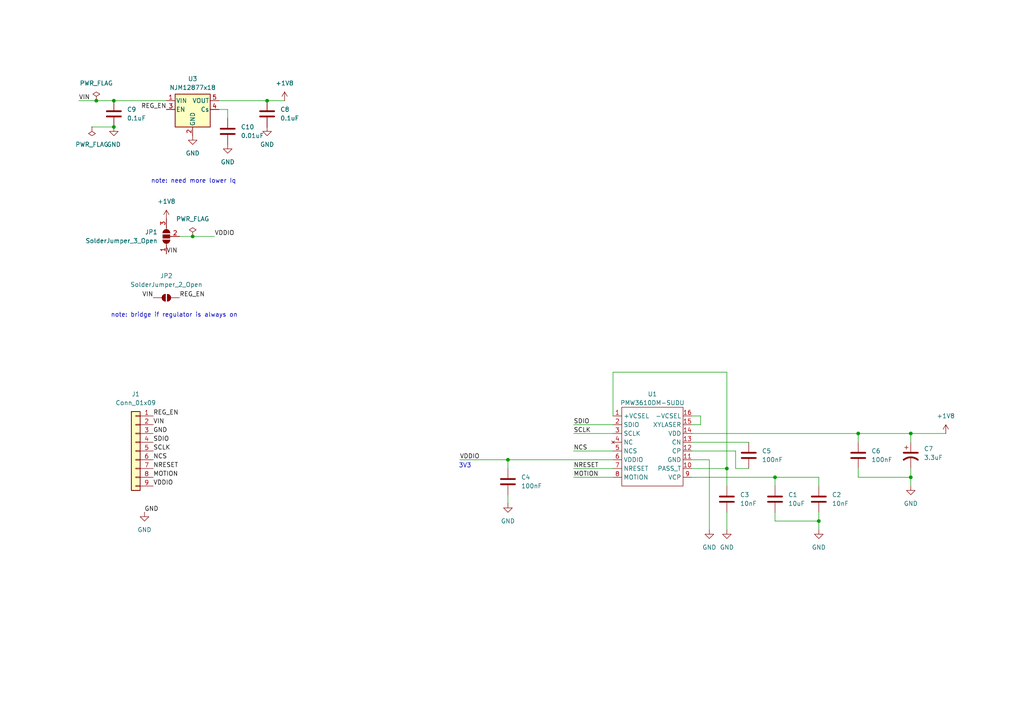
<source format=kicad_sch>
(kicad_sch
	(version 20231120)
	(generator "eeschema")
	(generator_version "8.0")
	(uuid "f16bf0a1-59d7-44e2-a57d-a36b3c0597b3")
	(paper "A4")
	(lib_symbols
		(symbol "Connector_Generic:Conn_01x09"
			(pin_names
				(offset 1.016) hide)
			(exclude_from_sim no)
			(in_bom yes)
			(on_board yes)
			(property "Reference" "J"
				(at 0 12.7 0)
				(effects
					(font
						(size 1.27 1.27)
					)
				)
			)
			(property "Value" "Conn_01x09"
				(at 0 -12.7 0)
				(effects
					(font
						(size 1.27 1.27)
					)
				)
			)
			(property "Footprint" ""
				(at 0 0 0)
				(effects
					(font
						(size 1.27 1.27)
					)
					(hide yes)
				)
			)
			(property "Datasheet" "~"
				(at 0 0 0)
				(effects
					(font
						(size 1.27 1.27)
					)
					(hide yes)
				)
			)
			(property "Description" "Generic connector, single row, 01x09, script generated (kicad-library-utils/schlib/autogen/connector/)"
				(at 0 0 0)
				(effects
					(font
						(size 1.27 1.27)
					)
					(hide yes)
				)
			)
			(property "ki_keywords" "connector"
				(at 0 0 0)
				(effects
					(font
						(size 1.27 1.27)
					)
					(hide yes)
				)
			)
			(property "ki_fp_filters" "Connector*:*_1x??_*"
				(at 0 0 0)
				(effects
					(font
						(size 1.27 1.27)
					)
					(hide yes)
				)
			)
			(symbol "Conn_01x09_1_1"
				(rectangle
					(start -1.27 -10.033)
					(end 0 -10.287)
					(stroke
						(width 0.1524)
						(type default)
					)
					(fill
						(type none)
					)
				)
				(rectangle
					(start -1.27 -7.493)
					(end 0 -7.747)
					(stroke
						(width 0.1524)
						(type default)
					)
					(fill
						(type none)
					)
				)
				(rectangle
					(start -1.27 -4.953)
					(end 0 -5.207)
					(stroke
						(width 0.1524)
						(type default)
					)
					(fill
						(type none)
					)
				)
				(rectangle
					(start -1.27 -2.413)
					(end 0 -2.667)
					(stroke
						(width 0.1524)
						(type default)
					)
					(fill
						(type none)
					)
				)
				(rectangle
					(start -1.27 0.127)
					(end 0 -0.127)
					(stroke
						(width 0.1524)
						(type default)
					)
					(fill
						(type none)
					)
				)
				(rectangle
					(start -1.27 2.667)
					(end 0 2.413)
					(stroke
						(width 0.1524)
						(type default)
					)
					(fill
						(type none)
					)
				)
				(rectangle
					(start -1.27 5.207)
					(end 0 4.953)
					(stroke
						(width 0.1524)
						(type default)
					)
					(fill
						(type none)
					)
				)
				(rectangle
					(start -1.27 7.747)
					(end 0 7.493)
					(stroke
						(width 0.1524)
						(type default)
					)
					(fill
						(type none)
					)
				)
				(rectangle
					(start -1.27 10.287)
					(end 0 10.033)
					(stroke
						(width 0.1524)
						(type default)
					)
					(fill
						(type none)
					)
				)
				(rectangle
					(start -1.27 11.43)
					(end 1.27 -11.43)
					(stroke
						(width 0.254)
						(type default)
					)
					(fill
						(type background)
					)
				)
				(pin passive line
					(at -5.08 10.16 0)
					(length 3.81)
					(name "Pin_1"
						(effects
							(font
								(size 1.27 1.27)
							)
						)
					)
					(number "1"
						(effects
							(font
								(size 1.27 1.27)
							)
						)
					)
				)
				(pin passive line
					(at -5.08 7.62 0)
					(length 3.81)
					(name "Pin_2"
						(effects
							(font
								(size 1.27 1.27)
							)
						)
					)
					(number "2"
						(effects
							(font
								(size 1.27 1.27)
							)
						)
					)
				)
				(pin passive line
					(at -5.08 5.08 0)
					(length 3.81)
					(name "Pin_3"
						(effects
							(font
								(size 1.27 1.27)
							)
						)
					)
					(number "3"
						(effects
							(font
								(size 1.27 1.27)
							)
						)
					)
				)
				(pin passive line
					(at -5.08 2.54 0)
					(length 3.81)
					(name "Pin_4"
						(effects
							(font
								(size 1.27 1.27)
							)
						)
					)
					(number "4"
						(effects
							(font
								(size 1.27 1.27)
							)
						)
					)
				)
				(pin passive line
					(at -5.08 0 0)
					(length 3.81)
					(name "Pin_5"
						(effects
							(font
								(size 1.27 1.27)
							)
						)
					)
					(number "5"
						(effects
							(font
								(size 1.27 1.27)
							)
						)
					)
				)
				(pin passive line
					(at -5.08 -2.54 0)
					(length 3.81)
					(name "Pin_6"
						(effects
							(font
								(size 1.27 1.27)
							)
						)
					)
					(number "6"
						(effects
							(font
								(size 1.27 1.27)
							)
						)
					)
				)
				(pin passive line
					(at -5.08 -5.08 0)
					(length 3.81)
					(name "Pin_7"
						(effects
							(font
								(size 1.27 1.27)
							)
						)
					)
					(number "7"
						(effects
							(font
								(size 1.27 1.27)
							)
						)
					)
				)
				(pin passive line
					(at -5.08 -7.62 0)
					(length 3.81)
					(name "Pin_8"
						(effects
							(font
								(size 1.27 1.27)
							)
						)
					)
					(number "8"
						(effects
							(font
								(size 1.27 1.27)
							)
						)
					)
				)
				(pin passive line
					(at -5.08 -10.16 0)
					(length 3.81)
					(name "Pin_9"
						(effects
							(font
								(size 1.27 1.27)
							)
						)
					)
					(number "9"
						(effects
							(font
								(size 1.27 1.27)
							)
						)
					)
				)
			)
		)
		(symbol "Device:C"
			(pin_numbers hide)
			(pin_names
				(offset 0.254)
			)
			(exclude_from_sim no)
			(in_bom yes)
			(on_board yes)
			(property "Reference" "C"
				(at 0.635 2.54 0)
				(effects
					(font
						(size 1.27 1.27)
					)
					(justify left)
				)
			)
			(property "Value" "C"
				(at 0.635 -2.54 0)
				(effects
					(font
						(size 1.27 1.27)
					)
					(justify left)
				)
			)
			(property "Footprint" ""
				(at 0.9652 -3.81 0)
				(effects
					(font
						(size 1.27 1.27)
					)
					(hide yes)
				)
			)
			(property "Datasheet" "~"
				(at 0 0 0)
				(effects
					(font
						(size 1.27 1.27)
					)
					(hide yes)
				)
			)
			(property "Description" "Unpolarized capacitor"
				(at 0 0 0)
				(effects
					(font
						(size 1.27 1.27)
					)
					(hide yes)
				)
			)
			(property "ki_keywords" "cap capacitor"
				(at 0 0 0)
				(effects
					(font
						(size 1.27 1.27)
					)
					(hide yes)
				)
			)
			(property "ki_fp_filters" "C_*"
				(at 0 0 0)
				(effects
					(font
						(size 1.27 1.27)
					)
					(hide yes)
				)
			)
			(symbol "C_0_1"
				(polyline
					(pts
						(xy -2.032 -0.762) (xy 2.032 -0.762)
					)
					(stroke
						(width 0.508)
						(type default)
					)
					(fill
						(type none)
					)
				)
				(polyline
					(pts
						(xy -2.032 0.762) (xy 2.032 0.762)
					)
					(stroke
						(width 0.508)
						(type default)
					)
					(fill
						(type none)
					)
				)
			)
			(symbol "C_1_1"
				(pin passive line
					(at 0 3.81 270)
					(length 2.794)
					(name "~"
						(effects
							(font
								(size 1.27 1.27)
							)
						)
					)
					(number "1"
						(effects
							(font
								(size 1.27 1.27)
							)
						)
					)
				)
				(pin passive line
					(at 0 -3.81 90)
					(length 2.794)
					(name "~"
						(effects
							(font
								(size 1.27 1.27)
							)
						)
					)
					(number "2"
						(effects
							(font
								(size 1.27 1.27)
							)
						)
					)
				)
			)
		)
		(symbol "Device:C_Polarized_US"
			(pin_numbers hide)
			(pin_names
				(offset 0.254) hide)
			(exclude_from_sim no)
			(in_bom yes)
			(on_board yes)
			(property "Reference" "C"
				(at 0.635 2.54 0)
				(effects
					(font
						(size 1.27 1.27)
					)
					(justify left)
				)
			)
			(property "Value" "C_Polarized_US"
				(at 0.635 -2.54 0)
				(effects
					(font
						(size 1.27 1.27)
					)
					(justify left)
				)
			)
			(property "Footprint" ""
				(at 0 0 0)
				(effects
					(font
						(size 1.27 1.27)
					)
					(hide yes)
				)
			)
			(property "Datasheet" "~"
				(at 0 0 0)
				(effects
					(font
						(size 1.27 1.27)
					)
					(hide yes)
				)
			)
			(property "Description" "Polarized capacitor, US symbol"
				(at 0 0 0)
				(effects
					(font
						(size 1.27 1.27)
					)
					(hide yes)
				)
			)
			(property "ki_keywords" "cap capacitor"
				(at 0 0 0)
				(effects
					(font
						(size 1.27 1.27)
					)
					(hide yes)
				)
			)
			(property "ki_fp_filters" "CP_*"
				(at 0 0 0)
				(effects
					(font
						(size 1.27 1.27)
					)
					(hide yes)
				)
			)
			(symbol "C_Polarized_US_0_1"
				(polyline
					(pts
						(xy -2.032 0.762) (xy 2.032 0.762)
					)
					(stroke
						(width 0.508)
						(type default)
					)
					(fill
						(type none)
					)
				)
				(polyline
					(pts
						(xy -1.778 2.286) (xy -0.762 2.286)
					)
					(stroke
						(width 0)
						(type default)
					)
					(fill
						(type none)
					)
				)
				(polyline
					(pts
						(xy -1.27 1.778) (xy -1.27 2.794)
					)
					(stroke
						(width 0)
						(type default)
					)
					(fill
						(type none)
					)
				)
				(arc
					(start 2.032 -1.27)
					(mid 0 -0.5572)
					(end -2.032 -1.27)
					(stroke
						(width 0.508)
						(type default)
					)
					(fill
						(type none)
					)
				)
			)
			(symbol "C_Polarized_US_1_1"
				(pin passive line
					(at 0 3.81 270)
					(length 2.794)
					(name "~"
						(effects
							(font
								(size 1.27 1.27)
							)
						)
					)
					(number "1"
						(effects
							(font
								(size 1.27 1.27)
							)
						)
					)
				)
				(pin passive line
					(at 0 -3.81 90)
					(length 3.302)
					(name "~"
						(effects
							(font
								(size 1.27 1.27)
							)
						)
					)
					(number "2"
						(effects
							(font
								(size 1.27 1.27)
							)
						)
					)
				)
			)
		)
		(symbol "Jumper:SolderJumper_2_Open"
			(pin_numbers hide)
			(pin_names
				(offset 0) hide)
			(exclude_from_sim yes)
			(in_bom no)
			(on_board yes)
			(property "Reference" "JP"
				(at 0 2.032 0)
				(effects
					(font
						(size 1.27 1.27)
					)
				)
			)
			(property "Value" "SolderJumper_2_Open"
				(at 0 -2.54 0)
				(effects
					(font
						(size 1.27 1.27)
					)
				)
			)
			(property "Footprint" ""
				(at 0 0 0)
				(effects
					(font
						(size 1.27 1.27)
					)
					(hide yes)
				)
			)
			(property "Datasheet" "~"
				(at 0 0 0)
				(effects
					(font
						(size 1.27 1.27)
					)
					(hide yes)
				)
			)
			(property "Description" "Solder Jumper, 2-pole, open"
				(at 0 0 0)
				(effects
					(font
						(size 1.27 1.27)
					)
					(hide yes)
				)
			)
			(property "ki_keywords" "solder jumper SPST"
				(at 0 0 0)
				(effects
					(font
						(size 1.27 1.27)
					)
					(hide yes)
				)
			)
			(property "ki_fp_filters" "SolderJumper*Open*"
				(at 0 0 0)
				(effects
					(font
						(size 1.27 1.27)
					)
					(hide yes)
				)
			)
			(symbol "SolderJumper_2_Open_0_1"
				(arc
					(start -0.254 1.016)
					(mid -1.2656 0)
					(end -0.254 -1.016)
					(stroke
						(width 0)
						(type default)
					)
					(fill
						(type none)
					)
				)
				(arc
					(start -0.254 1.016)
					(mid -1.2656 0)
					(end -0.254 -1.016)
					(stroke
						(width 0)
						(type default)
					)
					(fill
						(type outline)
					)
				)
				(polyline
					(pts
						(xy -0.254 1.016) (xy -0.254 -1.016)
					)
					(stroke
						(width 0)
						(type default)
					)
					(fill
						(type none)
					)
				)
				(polyline
					(pts
						(xy 0.254 1.016) (xy 0.254 -1.016)
					)
					(stroke
						(width 0)
						(type default)
					)
					(fill
						(type none)
					)
				)
				(arc
					(start 0.254 -1.016)
					(mid 1.2656 0)
					(end 0.254 1.016)
					(stroke
						(width 0)
						(type default)
					)
					(fill
						(type none)
					)
				)
				(arc
					(start 0.254 -1.016)
					(mid 1.2656 0)
					(end 0.254 1.016)
					(stroke
						(width 0)
						(type default)
					)
					(fill
						(type outline)
					)
				)
			)
			(symbol "SolderJumper_2_Open_1_1"
				(pin passive line
					(at -3.81 0 0)
					(length 2.54)
					(name "A"
						(effects
							(font
								(size 1.27 1.27)
							)
						)
					)
					(number "1"
						(effects
							(font
								(size 1.27 1.27)
							)
						)
					)
				)
				(pin passive line
					(at 3.81 0 180)
					(length 2.54)
					(name "B"
						(effects
							(font
								(size 1.27 1.27)
							)
						)
					)
					(number "2"
						(effects
							(font
								(size 1.27 1.27)
							)
						)
					)
				)
			)
		)
		(symbol "Jumper:SolderJumper_3_Open"
			(pin_names
				(offset 0) hide)
			(exclude_from_sim yes)
			(in_bom no)
			(on_board yes)
			(property "Reference" "JP"
				(at -2.54 -2.54 0)
				(effects
					(font
						(size 1.27 1.27)
					)
				)
			)
			(property "Value" "SolderJumper_3_Open"
				(at 0 2.794 0)
				(effects
					(font
						(size 1.27 1.27)
					)
				)
			)
			(property "Footprint" ""
				(at 0 0 0)
				(effects
					(font
						(size 1.27 1.27)
					)
					(hide yes)
				)
			)
			(property "Datasheet" "~"
				(at 0 0 0)
				(effects
					(font
						(size 1.27 1.27)
					)
					(hide yes)
				)
			)
			(property "Description" "Solder Jumper, 3-pole, open"
				(at 0 0 0)
				(effects
					(font
						(size 1.27 1.27)
					)
					(hide yes)
				)
			)
			(property "ki_keywords" "Solder Jumper SPDT"
				(at 0 0 0)
				(effects
					(font
						(size 1.27 1.27)
					)
					(hide yes)
				)
			)
			(property "ki_fp_filters" "SolderJumper*Open*"
				(at 0 0 0)
				(effects
					(font
						(size 1.27 1.27)
					)
					(hide yes)
				)
			)
			(symbol "SolderJumper_3_Open_0_1"
				(arc
					(start -1.016 1.016)
					(mid -2.0276 0)
					(end -1.016 -1.016)
					(stroke
						(width 0)
						(type default)
					)
					(fill
						(type none)
					)
				)
				(arc
					(start -1.016 1.016)
					(mid -2.0276 0)
					(end -1.016 -1.016)
					(stroke
						(width 0)
						(type default)
					)
					(fill
						(type outline)
					)
				)
				(rectangle
					(start -0.508 1.016)
					(end 0.508 -1.016)
					(stroke
						(width 0)
						(type default)
					)
					(fill
						(type outline)
					)
				)
				(polyline
					(pts
						(xy -2.54 0) (xy -2.032 0)
					)
					(stroke
						(width 0)
						(type default)
					)
					(fill
						(type none)
					)
				)
				(polyline
					(pts
						(xy -1.016 1.016) (xy -1.016 -1.016)
					)
					(stroke
						(width 0)
						(type default)
					)
					(fill
						(type none)
					)
				)
				(polyline
					(pts
						(xy 0 -1.27) (xy 0 -1.016)
					)
					(stroke
						(width 0)
						(type default)
					)
					(fill
						(type none)
					)
				)
				(polyline
					(pts
						(xy 1.016 1.016) (xy 1.016 -1.016)
					)
					(stroke
						(width 0)
						(type default)
					)
					(fill
						(type none)
					)
				)
				(polyline
					(pts
						(xy 2.54 0) (xy 2.032 0)
					)
					(stroke
						(width 0)
						(type default)
					)
					(fill
						(type none)
					)
				)
				(arc
					(start 1.016 -1.016)
					(mid 2.0276 0)
					(end 1.016 1.016)
					(stroke
						(width 0)
						(type default)
					)
					(fill
						(type none)
					)
				)
				(arc
					(start 1.016 -1.016)
					(mid 2.0276 0)
					(end 1.016 1.016)
					(stroke
						(width 0)
						(type default)
					)
					(fill
						(type outline)
					)
				)
			)
			(symbol "SolderJumper_3_Open_1_1"
				(pin passive line
					(at -5.08 0 0)
					(length 2.54)
					(name "A"
						(effects
							(font
								(size 1.27 1.27)
							)
						)
					)
					(number "1"
						(effects
							(font
								(size 1.27 1.27)
							)
						)
					)
				)
				(pin passive line
					(at 0 -3.81 90)
					(length 2.54)
					(name "C"
						(effects
							(font
								(size 1.27 1.27)
							)
						)
					)
					(number "2"
						(effects
							(font
								(size 1.27 1.27)
							)
						)
					)
				)
				(pin passive line
					(at 5.08 0 180)
					(length 2.54)
					(name "B"
						(effects
							(font
								(size 1.27 1.27)
							)
						)
					)
					(number "3"
						(effects
							(font
								(size 1.27 1.27)
							)
						)
					)
				)
			)
		)
		(symbol "Regulator_Linear_NJM12877:NJM12877x18"
			(pin_names
				(offset 0.254)
			)
			(exclude_from_sim no)
			(in_bom yes)
			(on_board yes)
			(property "Reference" "U"
				(at -3.81 5.715 0)
				(effects
					(font
						(size 1.27 1.27)
					)
				)
			)
			(property "Value" "NJM12877x18"
				(at 0 5.715 0)
				(effects
					(font
						(size 1.27 1.27)
					)
					(justify left)
				)
			)
			(property "Footprint" "Package_TO_SOT_SMD:SOT-23-5"
				(at 0 8.255 0)
				(effects
					(font
						(size 1.27 1.27)
						(italic yes)
					)
					(hide yes)
				)
			)
			(property "Datasheet" "https://www.nisshinbo-microdevices.co.jp/ja/pdf/datasheet/NJM12877_J.pdf"
				(at 0 1.27 0)
				(effects
					(font
						(size 1.27 1.27)
					)
					(hide yes)
				)
			)
			(property "Description" "200mA , High-Precision, Low Drop-out Voltage Regulator, Fixed Output 1.8V"
				(at 0 0 0)
				(effects
					(font
						(size 1.27 1.27)
					)
					(hide yes)
				)
			)
			(property "ki_keywords" "LDO Voltage Regulator 200mA"
				(at 0 0 0)
				(effects
					(font
						(size 1.27 1.27)
					)
					(hide yes)
				)
			)
			(property "ki_fp_filters" "SOT?23*"
				(at 0 0 0)
				(effects
					(font
						(size 1.27 1.27)
					)
					(hide yes)
				)
			)
			(symbol "NJM12877x18_1_1"
				(rectangle
					(start 5.08 -5.08)
					(end -5.08 4.445)
					(stroke
						(width 0.254)
						(type default)
					)
					(fill
						(type background)
					)
				)
				(pin power_in line
					(at -7.62 2.54 0)
					(length 2.54)
					(name "VIN"
						(effects
							(font
								(size 1.27 1.27)
							)
						)
					)
					(number "1"
						(effects
							(font
								(size 1.27 1.27)
							)
						)
					)
				)
				(pin power_in line
					(at 0 -7.62 90)
					(length 2.54)
					(name "GND"
						(effects
							(font
								(size 1.27 1.27)
							)
						)
					)
					(number "2"
						(effects
							(font
								(size 1.27 1.27)
							)
						)
					)
				)
				(pin input line
					(at -7.62 0 0)
					(length 2.54)
					(name "EN"
						(effects
							(font
								(size 1.27 1.27)
							)
						)
					)
					(number "3"
						(effects
							(font
								(size 1.27 1.27)
							)
						)
					)
				)
				(pin bidirectional line
					(at 7.62 0 180)
					(length 2.54)
					(name "Cs"
						(effects
							(font
								(size 1.27 1.27)
							)
						)
					)
					(number "4"
						(effects
							(font
								(size 1.27 1.27)
							)
						)
					)
				)
				(pin power_out line
					(at 7.62 2.54 180)
					(length 2.54)
					(name "VOUT"
						(effects
							(font
								(size 1.27 1.27)
							)
						)
					)
					(number "5"
						(effects
							(font
								(size 1.27 1.27)
							)
						)
					)
				)
			)
		)
		(symbol "pmw3610:PMW3610DM-SUDU"
			(exclude_from_sim no)
			(in_bom yes)
			(on_board yes)
			(property "Reference" "U"
				(at 0 0 0)
				(effects
					(font
						(size 1.27 1.27)
					)
				)
			)
			(property "Value" ""
				(at 0 0 0)
				(effects
					(font
						(size 1.27 1.27)
					)
				)
			)
			(property "Footprint" ""
				(at 0 0 0)
				(effects
					(font
						(size 1.27 1.27)
					)
					(hide yes)
				)
			)
			(property "Datasheet" ""
				(at 0 0 0)
				(effects
					(font
						(size 1.27 1.27)
					)
					(hide yes)
				)
			)
			(property "Description" ""
				(at 0 0 0)
				(effects
					(font
						(size 1.27 1.27)
					)
					(hide yes)
				)
			)
			(symbol "PMW3610DM-SUDU_0_0"
				(pin passive line
					(at -11.43 -3.81 0)
					(length 2.54)
					(name "+VCSEL"
						(effects
							(font
								(size 1.27 1.27)
							)
						)
					)
					(number "1"
						(effects
							(font
								(size 1.27 1.27)
							)
						)
					)
				)
				(pin passive line
					(at 11.43 -19.05 180)
					(length 2.54)
					(name "PASS_T"
						(effects
							(font
								(size 1.27 1.27)
							)
						)
					)
					(number "10"
						(effects
							(font
								(size 1.27 1.27)
							)
						)
					)
				)
				(pin power_in line
					(at 11.43 -16.51 180)
					(length 2.54)
					(name "GND"
						(effects
							(font
								(size 1.27 1.27)
							)
						)
					)
					(number "11"
						(effects
							(font
								(size 1.27 1.27)
							)
						)
					)
				)
				(pin passive line
					(at 11.43 -13.97 180)
					(length 2.54)
					(name "CP"
						(effects
							(font
								(size 1.27 1.27)
							)
						)
					)
					(number "12"
						(effects
							(font
								(size 1.27 1.27)
							)
						)
					)
				)
				(pin passive line
					(at 11.43 -11.43 180)
					(length 2.54)
					(name "CN"
						(effects
							(font
								(size 1.27 1.27)
							)
						)
					)
					(number "13"
						(effects
							(font
								(size 1.27 1.27)
							)
						)
					)
				)
				(pin power_in line
					(at 11.43 -8.89 180)
					(length 2.54)
					(name "VDD"
						(effects
							(font
								(size 1.27 1.27)
							)
						)
					)
					(number "14"
						(effects
							(font
								(size 1.27 1.27)
							)
						)
					)
				)
				(pin passive line
					(at 11.43 -6.35 180)
					(length 2.54)
					(name "XYLASER"
						(effects
							(font
								(size 1.27 1.27)
							)
						)
					)
					(number "15"
						(effects
							(font
								(size 1.27 1.27)
							)
						)
					)
				)
				(pin passive line
					(at 11.43 -3.81 180)
					(length 2.54)
					(name "-VCSEL"
						(effects
							(font
								(size 1.27 1.27)
							)
						)
					)
					(number "16"
						(effects
							(font
								(size 1.27 1.27)
							)
						)
					)
				)
				(pin bidirectional line
					(at -11.43 -6.35 0)
					(length 2.54)
					(name "SDIO"
						(effects
							(font
								(size 1.27 1.27)
							)
						)
					)
					(number "2"
						(effects
							(font
								(size 1.27 1.27)
							)
						)
					)
				)
				(pin output line
					(at -11.43 -8.89 0)
					(length 2.54)
					(name "SCLK"
						(effects
							(font
								(size 1.27 1.27)
							)
						)
					)
					(number "3"
						(effects
							(font
								(size 1.27 1.27)
							)
						)
					)
				)
				(pin no_connect line
					(at -11.43 -11.43 0)
					(length 2.54)
					(name "NC"
						(effects
							(font
								(size 1.27 1.27)
							)
						)
					)
					(number "4"
						(effects
							(font
								(size 1.27 1.27)
							)
						)
					)
				)
				(pin input line
					(at -11.43 -13.97 0)
					(length 2.54)
					(name "NCS"
						(effects
							(font
								(size 1.27 1.27)
							)
						)
					)
					(number "5"
						(effects
							(font
								(size 1.27 1.27)
							)
						)
					)
				)
				(pin power_in line
					(at -11.43 -16.51 0)
					(length 2.54)
					(name "VDDIO"
						(effects
							(font
								(size 1.27 1.27)
							)
						)
					)
					(number "6"
						(effects
							(font
								(size 1.27 1.27)
							)
						)
					)
				)
				(pin input line
					(at -11.43 -19.05 0)
					(length 2.54)
					(name "NRESET"
						(effects
							(font
								(size 1.27 1.27)
							)
						)
					)
					(number "7"
						(effects
							(font
								(size 1.27 1.27)
							)
						)
					)
				)
				(pin output line
					(at -11.43 -21.59 0)
					(length 2.54)
					(name "MOTION"
						(effects
							(font
								(size 1.27 1.27)
							)
						)
					)
					(number "8"
						(effects
							(font
								(size 1.27 1.27)
							)
						)
					)
				)
				(pin passive line
					(at 11.43 -21.59 180)
					(length 2.54)
					(name "VCP"
						(effects
							(font
								(size 1.27 1.27)
							)
						)
					)
					(number "9"
						(effects
							(font
								(size 1.27 1.27)
							)
						)
					)
				)
			)
			(symbol "PMW3610DM-SUDU_0_1"
				(rectangle
					(start -8.89 -1.27)
					(end 8.89 -24.13)
					(stroke
						(width 0)
						(type default)
					)
					(fill
						(type none)
					)
				)
			)
		)
		(symbol "power:+1V8"
			(power)
			(pin_numbers hide)
			(pin_names
				(offset 0) hide)
			(exclude_from_sim no)
			(in_bom yes)
			(on_board yes)
			(property "Reference" "#PWR"
				(at 0 -3.81 0)
				(effects
					(font
						(size 1.27 1.27)
					)
					(hide yes)
				)
			)
			(property "Value" "+1V8"
				(at 0 3.556 0)
				(effects
					(font
						(size 1.27 1.27)
					)
				)
			)
			(property "Footprint" ""
				(at 0 0 0)
				(effects
					(font
						(size 1.27 1.27)
					)
					(hide yes)
				)
			)
			(property "Datasheet" ""
				(at 0 0 0)
				(effects
					(font
						(size 1.27 1.27)
					)
					(hide yes)
				)
			)
			(property "Description" "Power symbol creates a global label with name \"+1V8\""
				(at 0 0 0)
				(effects
					(font
						(size 1.27 1.27)
					)
					(hide yes)
				)
			)
			(property "ki_keywords" "global power"
				(at 0 0 0)
				(effects
					(font
						(size 1.27 1.27)
					)
					(hide yes)
				)
			)
			(symbol "+1V8_0_1"
				(polyline
					(pts
						(xy -0.762 1.27) (xy 0 2.54)
					)
					(stroke
						(width 0)
						(type default)
					)
					(fill
						(type none)
					)
				)
				(polyline
					(pts
						(xy 0 0) (xy 0 2.54)
					)
					(stroke
						(width 0)
						(type default)
					)
					(fill
						(type none)
					)
				)
				(polyline
					(pts
						(xy 0 2.54) (xy 0.762 1.27)
					)
					(stroke
						(width 0)
						(type default)
					)
					(fill
						(type none)
					)
				)
			)
			(symbol "+1V8_1_1"
				(pin power_in line
					(at 0 0 90)
					(length 0)
					(name "~"
						(effects
							(font
								(size 1.27 1.27)
							)
						)
					)
					(number "1"
						(effects
							(font
								(size 1.27 1.27)
							)
						)
					)
				)
			)
		)
		(symbol "power:GND"
			(power)
			(pin_numbers hide)
			(pin_names
				(offset 0) hide)
			(exclude_from_sim no)
			(in_bom yes)
			(on_board yes)
			(property "Reference" "#PWR"
				(at 0 -6.35 0)
				(effects
					(font
						(size 1.27 1.27)
					)
					(hide yes)
				)
			)
			(property "Value" "GND"
				(at 0 -3.81 0)
				(effects
					(font
						(size 1.27 1.27)
					)
				)
			)
			(property "Footprint" ""
				(at 0 0 0)
				(effects
					(font
						(size 1.27 1.27)
					)
					(hide yes)
				)
			)
			(property "Datasheet" ""
				(at 0 0 0)
				(effects
					(font
						(size 1.27 1.27)
					)
					(hide yes)
				)
			)
			(property "Description" "Power symbol creates a global label with name \"GND\" , ground"
				(at 0 0 0)
				(effects
					(font
						(size 1.27 1.27)
					)
					(hide yes)
				)
			)
			(property "ki_keywords" "global power"
				(at 0 0 0)
				(effects
					(font
						(size 1.27 1.27)
					)
					(hide yes)
				)
			)
			(symbol "GND_0_1"
				(polyline
					(pts
						(xy 0 0) (xy 0 -1.27) (xy 1.27 -1.27) (xy 0 -2.54) (xy -1.27 -1.27) (xy 0 -1.27)
					)
					(stroke
						(width 0)
						(type default)
					)
					(fill
						(type none)
					)
				)
			)
			(symbol "GND_1_1"
				(pin power_in line
					(at 0 0 270)
					(length 0)
					(name "~"
						(effects
							(font
								(size 1.27 1.27)
							)
						)
					)
					(number "1"
						(effects
							(font
								(size 1.27 1.27)
							)
						)
					)
				)
			)
		)
		(symbol "power:PWR_FLAG"
			(power)
			(pin_numbers hide)
			(pin_names
				(offset 0) hide)
			(exclude_from_sim no)
			(in_bom yes)
			(on_board yes)
			(property "Reference" "#FLG"
				(at 0 1.905 0)
				(effects
					(font
						(size 1.27 1.27)
					)
					(hide yes)
				)
			)
			(property "Value" "PWR_FLAG"
				(at 0 3.81 0)
				(effects
					(font
						(size 1.27 1.27)
					)
				)
			)
			(property "Footprint" ""
				(at 0 0 0)
				(effects
					(font
						(size 1.27 1.27)
					)
					(hide yes)
				)
			)
			(property "Datasheet" "~"
				(at 0 0 0)
				(effects
					(font
						(size 1.27 1.27)
					)
					(hide yes)
				)
			)
			(property "Description" "Special symbol for telling ERC where power comes from"
				(at 0 0 0)
				(effects
					(font
						(size 1.27 1.27)
					)
					(hide yes)
				)
			)
			(property "ki_keywords" "flag power"
				(at 0 0 0)
				(effects
					(font
						(size 1.27 1.27)
					)
					(hide yes)
				)
			)
			(symbol "PWR_FLAG_0_0"
				(pin power_out line
					(at 0 0 90)
					(length 0)
					(name "~"
						(effects
							(font
								(size 1.27 1.27)
							)
						)
					)
					(number "1"
						(effects
							(font
								(size 1.27 1.27)
							)
						)
					)
				)
			)
			(symbol "PWR_FLAG_0_1"
				(polyline
					(pts
						(xy 0 0) (xy 0 1.27) (xy -1.016 1.905) (xy 0 2.54) (xy 1.016 1.905) (xy 0 1.27)
					)
					(stroke
						(width 0)
						(type default)
					)
					(fill
						(type none)
					)
				)
			)
		)
	)
	(junction
		(at 264.16 138.43)
		(diameter 0)
		(color 0 0 0 0)
		(uuid "10c023ee-4333-4d7f-9178-3a73392a7a20")
	)
	(junction
		(at 248.92 125.73)
		(diameter 0)
		(color 0 0 0 0)
		(uuid "3055a8e4-832c-480c-b6de-edf9557cfe86")
	)
	(junction
		(at 237.49 151.13)
		(diameter 0)
		(color 0 0 0 0)
		(uuid "36539a60-ed4c-4328-b165-f00559b646ee")
	)
	(junction
		(at 33.02 36.83)
		(diameter 0)
		(color 0 0 0 0)
		(uuid "7a03596a-bc20-43db-a2b5-c7dd30bfb96c")
	)
	(junction
		(at 264.16 125.73)
		(diameter 0)
		(color 0 0 0 0)
		(uuid "900c7fa1-861d-4db9-a447-53782b81dc65")
	)
	(junction
		(at 55.88 68.58)
		(diameter 0)
		(color 0 0 0 0)
		(uuid "9852b002-56ab-41b9-bb83-c806dcc17c37")
	)
	(junction
		(at 210.82 135.89)
		(diameter 0)
		(color 0 0 0 0)
		(uuid "9bc24089-12fe-4e17-8d7d-ea2cb228caac")
	)
	(junction
		(at 33.02 29.21)
		(diameter 0)
		(color 0 0 0 0)
		(uuid "af4e5463-26b5-41e5-9f15-d36db76fbbf5")
	)
	(junction
		(at 147.32 133.35)
		(diameter 0)
		(color 0 0 0 0)
		(uuid "e1eba763-5965-4c79-ba27-c0a4a512d18d")
	)
	(junction
		(at 77.47 29.21)
		(diameter 0)
		(color 0 0 0 0)
		(uuid "e54fdab0-4372-4db1-bc64-82a0e1c16543")
	)
	(junction
		(at 27.94 29.21)
		(diameter 0)
		(color 0 0 0 0)
		(uuid "e5ac6c70-924f-4169-b911-a2c996974aec")
	)
	(junction
		(at 224.79 138.43)
		(diameter 0)
		(color 0 0 0 0)
		(uuid "ed87a560-d8b4-41ed-8fa2-cbf3fcc4cb01")
	)
	(wire
		(pts
			(xy 248.92 138.43) (xy 264.16 138.43)
		)
		(stroke
			(width 0)
			(type default)
		)
		(uuid "0ab0e370-c6e4-476b-a3cd-7201b1901e18")
	)
	(wire
		(pts
			(xy 210.82 135.89) (xy 200.66 135.89)
		)
		(stroke
			(width 0)
			(type default)
		)
		(uuid "0fe1fd04-8f5b-4f35-8007-7c85f7c5ff8b")
	)
	(wire
		(pts
			(xy 203.2 123.19) (xy 203.2 120.65)
		)
		(stroke
			(width 0)
			(type default)
		)
		(uuid "2a5bcc7c-ae2e-40cb-a2a0-33e13ae1bc03")
	)
	(wire
		(pts
			(xy 77.47 29.21) (xy 82.55 29.21)
		)
		(stroke
			(width 0)
			(type default)
		)
		(uuid "2aea24c8-1851-4080-80ab-8d370bf9e062")
	)
	(wire
		(pts
			(xy 147.32 133.35) (xy 177.8 133.35)
		)
		(stroke
			(width 0)
			(type default)
		)
		(uuid "3364846a-0dc4-4d34-988b-65a6c5a3545d")
	)
	(wire
		(pts
			(xy 200.66 138.43) (xy 224.79 138.43)
		)
		(stroke
			(width 0)
			(type default)
		)
		(uuid "382b7deb-de36-449d-8b15-83a4cc7246b7")
	)
	(wire
		(pts
			(xy 26.67 36.83) (xy 33.02 36.83)
		)
		(stroke
			(width 0)
			(type default)
		)
		(uuid "3b76c615-0ae3-4a25-91fa-155016f838ad")
	)
	(wire
		(pts
			(xy 33.02 29.21) (xy 48.26 29.21)
		)
		(stroke
			(width 0)
			(type default)
		)
		(uuid "3de2d4ba-925c-4810-8b33-e96b1d04539a")
	)
	(wire
		(pts
			(xy 237.49 138.43) (xy 237.49 140.97)
		)
		(stroke
			(width 0)
			(type default)
		)
		(uuid "4246932b-2ffb-46ef-9461-f91256fc26f6")
	)
	(wire
		(pts
			(xy 224.79 138.43) (xy 237.49 138.43)
		)
		(stroke
			(width 0)
			(type default)
		)
		(uuid "43de6486-4da2-4acf-9eb5-3ecb2d3b6153")
	)
	(wire
		(pts
			(xy 66.04 31.75) (xy 66.04 34.29)
		)
		(stroke
			(width 0)
			(type default)
		)
		(uuid "47d16480-4f4e-4e45-ab1b-1cbd8385c46a")
	)
	(wire
		(pts
			(xy 200.66 120.65) (xy 203.2 120.65)
		)
		(stroke
			(width 0)
			(type default)
		)
		(uuid "4a41fedb-f0a5-40ff-adb6-1d93f2ee5f8b")
	)
	(wire
		(pts
			(xy 55.88 68.58) (xy 52.07 68.58)
		)
		(stroke
			(width 0)
			(type default)
		)
		(uuid "4c511cba-0073-4dc3-957c-99737277bf31")
	)
	(wire
		(pts
			(xy 264.16 128.27) (xy 264.16 125.73)
		)
		(stroke
			(width 0)
			(type default)
		)
		(uuid "4ec478be-a240-41e0-9dbf-a7029bc48529")
	)
	(wire
		(pts
			(xy 248.92 125.73) (xy 264.16 125.73)
		)
		(stroke
			(width 0)
			(type default)
		)
		(uuid "52195729-42d0-4f88-bb9b-6669002d07e1")
	)
	(wire
		(pts
			(xy 166.37 130.81) (xy 177.8 130.81)
		)
		(stroke
			(width 0)
			(type default)
		)
		(uuid "5380b991-efe6-4afd-bbce-5041ae316b42")
	)
	(wire
		(pts
			(xy 63.5 29.21) (xy 77.47 29.21)
		)
		(stroke
			(width 0)
			(type default)
		)
		(uuid "54ffaa26-dbe8-4e3e-9b5a-b612cce3175e")
	)
	(wire
		(pts
			(xy 213.36 130.81) (xy 200.66 130.81)
		)
		(stroke
			(width 0)
			(type default)
		)
		(uuid "576c4083-0fb1-4881-a06e-ecc6a693de3b")
	)
	(wire
		(pts
			(xy 210.82 107.95) (xy 210.82 135.89)
		)
		(stroke
			(width 0)
			(type default)
		)
		(uuid "5a4c3c5a-514c-49f1-abbe-e0f7b3b11433")
	)
	(wire
		(pts
			(xy 205.74 133.35) (xy 205.74 153.67)
		)
		(stroke
			(width 0)
			(type default)
		)
		(uuid "5c48a9f3-60ea-48de-a965-95a329eb5593")
	)
	(wire
		(pts
			(xy 217.17 135.89) (xy 213.36 135.89)
		)
		(stroke
			(width 0)
			(type default)
		)
		(uuid "5d207195-eb8b-4cf0-b173-6d91b0ebd1f0")
	)
	(wire
		(pts
			(xy 200.66 123.19) (xy 203.2 123.19)
		)
		(stroke
			(width 0)
			(type default)
		)
		(uuid "5ec85cff-9589-4755-af32-0a9794fde4c4")
	)
	(wire
		(pts
			(xy 133.35 133.35) (xy 147.32 133.35)
		)
		(stroke
			(width 0)
			(type default)
		)
		(uuid "655085bd-b028-45f4-81dd-a14dac1161cc")
	)
	(wire
		(pts
			(xy 248.92 125.73) (xy 248.92 128.27)
		)
		(stroke
			(width 0)
			(type default)
		)
		(uuid "66047402-2f5f-4b7c-9690-a03110623c3b")
	)
	(wire
		(pts
			(xy 210.82 135.89) (xy 210.82 140.97)
		)
		(stroke
			(width 0)
			(type default)
		)
		(uuid "6d3cee98-b490-4b8f-afcd-52fa52f4c895")
	)
	(wire
		(pts
			(xy 224.79 148.59) (xy 224.79 151.13)
		)
		(stroke
			(width 0)
			(type default)
		)
		(uuid "6f643b10-490b-40fb-b90d-06ed89a6aed7")
	)
	(wire
		(pts
			(xy 166.37 138.43) (xy 177.8 138.43)
		)
		(stroke
			(width 0)
			(type default)
		)
		(uuid "7483bae0-4819-429d-907d-c2cad67a31b4")
	)
	(wire
		(pts
			(xy 27.94 29.21) (xy 33.02 29.21)
		)
		(stroke
			(width 0)
			(type default)
		)
		(uuid "783d43cc-dadf-43d4-8582-80093828a9bb")
	)
	(wire
		(pts
			(xy 224.79 138.43) (xy 224.79 140.97)
		)
		(stroke
			(width 0)
			(type default)
		)
		(uuid "96bdb6fd-b6cb-4d49-84b3-0afe5195b303")
	)
	(wire
		(pts
			(xy 166.37 123.19) (xy 177.8 123.19)
		)
		(stroke
			(width 0)
			(type default)
		)
		(uuid "982664c7-4908-4a89-b213-031653c5b1d6")
	)
	(wire
		(pts
			(xy 248.92 135.89) (xy 248.92 138.43)
		)
		(stroke
			(width 0)
			(type default)
		)
		(uuid "9e41fb77-7be4-465b-b49d-3962a272ad6c")
	)
	(wire
		(pts
			(xy 200.66 128.27) (xy 217.17 128.27)
		)
		(stroke
			(width 0)
			(type default)
		)
		(uuid "a177b1f7-d7be-4d9b-912e-98fb16d120ef")
	)
	(wire
		(pts
			(xy 213.36 135.89) (xy 213.36 130.81)
		)
		(stroke
			(width 0)
			(type default)
		)
		(uuid "a595694a-4c93-46e5-83fd-607a2cb1eebd")
	)
	(wire
		(pts
			(xy 200.66 125.73) (xy 248.92 125.73)
		)
		(stroke
			(width 0)
			(type default)
		)
		(uuid "a5a27935-bd21-42b6-8d2f-56b3ccf63df9")
	)
	(wire
		(pts
			(xy 63.5 31.75) (xy 66.04 31.75)
		)
		(stroke
			(width 0)
			(type default)
		)
		(uuid "a6003a79-214e-4b57-a7f1-6184e112e84e")
	)
	(wire
		(pts
			(xy 264.16 138.43) (xy 264.16 135.89)
		)
		(stroke
			(width 0)
			(type default)
		)
		(uuid "a6976f06-8ab8-4bcb-961a-33d319f0c9f0")
	)
	(wire
		(pts
			(xy 166.37 135.89) (xy 177.8 135.89)
		)
		(stroke
			(width 0)
			(type default)
		)
		(uuid "afc64eb8-a8a9-4e52-8a71-24ebaeaf36ac")
	)
	(wire
		(pts
			(xy 264.16 125.73) (xy 274.32 125.73)
		)
		(stroke
			(width 0)
			(type default)
		)
		(uuid "b8ace95b-bde9-4c22-9fb3-57f1b00d97fc")
	)
	(wire
		(pts
			(xy 147.32 133.35) (xy 147.32 135.89)
		)
		(stroke
			(width 0)
			(type default)
		)
		(uuid "c6285cf5-1361-48f8-9c2d-70b822648690")
	)
	(wire
		(pts
			(xy 200.66 133.35) (xy 205.74 133.35)
		)
		(stroke
			(width 0)
			(type default)
		)
		(uuid "c7978c4f-407f-4dbe-b88c-2177fcb252d4")
	)
	(wire
		(pts
			(xy 237.49 151.13) (xy 237.49 153.67)
		)
		(stroke
			(width 0)
			(type default)
		)
		(uuid "ce0268d4-5138-4038-8244-88015011c3eb")
	)
	(wire
		(pts
			(xy 166.37 125.73) (xy 177.8 125.73)
		)
		(stroke
			(width 0)
			(type default)
		)
		(uuid "d121bb96-ee59-4c70-849a-5d196c3d15ad")
	)
	(wire
		(pts
			(xy 224.79 151.13) (xy 237.49 151.13)
		)
		(stroke
			(width 0)
			(type default)
		)
		(uuid "d9aca8a6-e9f9-4671-b019-d5bb3a9310f9")
	)
	(wire
		(pts
			(xy 237.49 148.59) (xy 237.49 151.13)
		)
		(stroke
			(width 0)
			(type default)
		)
		(uuid "e3415ebc-5114-4464-bc8c-0b76fb2bc5b3")
	)
	(wire
		(pts
			(xy 177.8 120.65) (xy 177.8 107.95)
		)
		(stroke
			(width 0)
			(type default)
		)
		(uuid "e99ebd8a-0c9a-4f9c-a986-0f073ab968af")
	)
	(wire
		(pts
			(xy 55.88 68.58) (xy 62.23 68.58)
		)
		(stroke
			(width 0)
			(type default)
		)
		(uuid "ea30340f-a6e4-4d10-9015-c64610b02c05")
	)
	(wire
		(pts
			(xy 264.16 140.97) (xy 264.16 138.43)
		)
		(stroke
			(width 0)
			(type default)
		)
		(uuid "ef262c2f-81ac-4477-817c-0e798f068113")
	)
	(wire
		(pts
			(xy 22.86 29.21) (xy 27.94 29.21)
		)
		(stroke
			(width 0)
			(type default)
		)
		(uuid "f411477e-89c1-4e00-aa06-d67a5490054d")
	)
	(wire
		(pts
			(xy 210.82 153.67) (xy 210.82 148.59)
		)
		(stroke
			(width 0)
			(type default)
		)
		(uuid "f5ae327d-7019-401d-a132-0dc82c291408")
	)
	(wire
		(pts
			(xy 177.8 107.95) (xy 210.82 107.95)
		)
		(stroke
			(width 0)
			(type default)
		)
		(uuid "ff2ce7d6-1684-493e-931e-44c269a2aaef")
	)
	(wire
		(pts
			(xy 147.32 146.05) (xy 147.32 143.51)
		)
		(stroke
			(width 0)
			(type default)
		)
		(uuid "ffc5e852-e8b5-458f-84c5-8c1b03e21a50")
	)
	(text "3V3"
		(exclude_from_sim no)
		(at 134.874 135.128 0)
		(effects
			(font
				(size 1.27 1.27)
			)
		)
		(uuid "707a4274-1c6e-493b-9cef-ab376facf147")
	)
	(text "note: bridge if regulator is always on"
		(exclude_from_sim no)
		(at 50.546 91.44 0)
		(effects
			(font
				(size 1.27 1.27)
			)
		)
		(uuid "a388241c-d1fc-4102-8d44-4aec8e9a1332")
	)
	(text "note: need more lower Iq"
		(exclude_from_sim no)
		(at 56.134 52.578 0)
		(effects
			(font
				(size 1.27 1.27)
			)
		)
		(uuid "d5ecc56f-71dd-45b6-b09d-7f1d4c425707")
	)
	(label "VIN"
		(at 44.45 86.36 180)
		(effects
			(font
				(size 1.27 1.27)
			)
			(justify right bottom)
		)
		(uuid "028cc810-b997-4e92-a3b8-1545b4e1aa48")
	)
	(label "MOTION"
		(at 44.45 138.43 0)
		(effects
			(font
				(size 1.27 1.27)
			)
			(justify left bottom)
		)
		(uuid "053ba516-bddc-4a68-b788-2941c4a6e9d0")
	)
	(label "NRESET"
		(at 166.37 135.89 0)
		(effects
			(font
				(size 1.27 1.27)
			)
			(justify left bottom)
		)
		(uuid "107f5092-54e1-4e07-a557-ca12ed33c7d7")
	)
	(label "REG_EN"
		(at 44.45 120.65 0)
		(effects
			(font
				(size 1.27 1.27)
			)
			(justify left bottom)
		)
		(uuid "1413ed9b-9923-4b42-b570-2fdbb37d8a24")
	)
	(label "GND"
		(at 41.91 148.59 0)
		(effects
			(font
				(size 1.27 1.27)
			)
			(justify left bottom)
		)
		(uuid "1c8ad65a-799b-4604-bd18-67ac31266936")
	)
	(label "VDDIO"
		(at 44.45 140.97 0)
		(effects
			(font
				(size 1.27 1.27)
			)
			(justify left bottom)
		)
		(uuid "1e78878f-315d-4036-8fb7-35d7ec42e910")
	)
	(label "NRESET"
		(at 44.45 135.89 0)
		(effects
			(font
				(size 1.27 1.27)
			)
			(justify left bottom)
		)
		(uuid "2269d873-cc12-4ccc-9e08-dda30e52eaec")
	)
	(label "REG_EN"
		(at 52.07 86.36 0)
		(effects
			(font
				(size 1.27 1.27)
			)
			(justify left bottom)
		)
		(uuid "254552c4-efb5-43fc-bf9a-3bf41e96bccc")
	)
	(label "NCS"
		(at 166.37 130.81 0)
		(effects
			(font
				(size 1.27 1.27)
			)
			(justify left bottom)
		)
		(uuid "4285cf22-2e7a-47c6-9f88-4bcd22c9b2fb")
	)
	(label "MOTION"
		(at 166.37 138.43 0)
		(effects
			(font
				(size 1.27 1.27)
			)
			(justify left bottom)
		)
		(uuid "4b06ff11-19c1-467e-a34c-177c9acfdef3")
	)
	(label "SCLK"
		(at 166.37 125.73 0)
		(effects
			(font
				(size 1.27 1.27)
			)
			(justify left bottom)
		)
		(uuid "4dcdc05f-460b-4978-8070-7d9bd0421b40")
	)
	(label "VIN"
		(at 44.45 123.19 0)
		(effects
			(font
				(size 1.27 1.27)
			)
			(justify left bottom)
		)
		(uuid "7e4bb62e-7c20-4bd5-8bbf-7e2ed6f5f167")
	)
	(label "GND"
		(at 44.45 125.73 0)
		(effects
			(font
				(size 1.27 1.27)
			)
			(justify left bottom)
		)
		(uuid "a2f1f7fa-82b7-4d5d-8e75-150a3ac42969")
	)
	(label "VIN"
		(at 22.86 29.21 0)
		(effects
			(font
				(size 1.27 1.27)
			)
			(justify left bottom)
		)
		(uuid "af3c9cc1-3126-4351-b66f-640b2f3f3320")
	)
	(label "SCLK"
		(at 44.45 130.81 0)
		(effects
			(font
				(size 1.27 1.27)
			)
			(justify left bottom)
		)
		(uuid "b3e8538b-6bec-4fcf-bbf4-cde7e26868db")
	)
	(label "SDIO"
		(at 166.37 123.19 0)
		(effects
			(font
				(size 1.27 1.27)
			)
			(justify left bottom)
		)
		(uuid "b5acce08-d1f5-41dc-bda2-d52179c8c4b5")
	)
	(label "VDDIO"
		(at 133.35 133.35 0)
		(effects
			(font
				(size 1.27 1.27)
			)
			(justify left bottom)
		)
		(uuid "b8637d10-708b-4a80-8b91-405e1ff1b1c1")
	)
	(label "VIN"
		(at 48.26 73.66 0)
		(effects
			(font
				(size 1.27 1.27)
			)
			(justify left bottom)
		)
		(uuid "d25cc671-ca9d-4c3f-8722-aeea5d879905")
	)
	(label "NCS"
		(at 44.45 133.35 0)
		(effects
			(font
				(size 1.27 1.27)
			)
			(justify left bottom)
		)
		(uuid "d96709ed-886c-4bdd-911c-a4bb2df30f2f")
	)
	(label "VDDIO"
		(at 62.23 68.58 0)
		(effects
			(font
				(size 1.27 1.27)
			)
			(justify left bottom)
		)
		(uuid "f38cc72e-08d1-4a53-ad66-d8ae74548ac6")
	)
	(label "SDIO"
		(at 44.45 128.27 0)
		(effects
			(font
				(size 1.27 1.27)
			)
			(justify left bottom)
		)
		(uuid "f7cc90bc-a7ab-45cd-9eb3-881f763970b5")
	)
	(label "REG_EN"
		(at 48.26 31.75 180)
		(effects
			(font
				(size 1.27 1.27)
			)
			(justify right bottom)
		)
		(uuid "fa62a567-db3a-4d80-be67-e5689cb6300f")
	)
	(symbol
		(lib_id "Device:C")
		(at 217.17 132.08 0)
		(unit 1)
		(exclude_from_sim no)
		(in_bom yes)
		(on_board yes)
		(dnp no)
		(fields_autoplaced yes)
		(uuid "05256316-d407-4165-9d81-6e43d1377e66")
		(property "Reference" "C5"
			(at 220.98 130.8099 0)
			(effects
				(font
					(size 1.27 1.27)
				)
				(justify left)
			)
		)
		(property "Value" "100nF"
			(at 220.98 133.3499 0)
			(effects
				(font
					(size 1.27 1.27)
				)
				(justify left)
			)
		)
		(property "Footprint" "Capacitor_SMD:C_0603_1608Metric_Pad1.08x0.95mm_HandSolder"
			(at 218.1352 135.89 0)
			(effects
				(font
					(size 1.27 1.27)
				)
				(hide yes)
			)
		)
		(property "Datasheet" "~"
			(at 217.17 132.08 0)
			(effects
				(font
					(size 1.27 1.27)
				)
				(hide yes)
			)
		)
		(property "Description" "Unpolarized capacitor"
			(at 217.17 132.08 0)
			(effects
				(font
					(size 1.27 1.27)
				)
				(hide yes)
			)
		)
		(pin "1"
			(uuid "2f9fabce-c0f4-496f-b48f-4951a5f94a33")
		)
		(pin "2"
			(uuid "e3c93478-7947-442d-a250-292277b40ada")
		)
		(instances
			(project "pmw3610_breakout"
				(path "/f16bf0a1-59d7-44e2-a57d-a36b3c0597b3"
					(reference "C5")
					(unit 1)
				)
			)
		)
	)
	(symbol
		(lib_id "Device:C")
		(at 147.32 139.7 0)
		(unit 1)
		(exclude_from_sim no)
		(in_bom yes)
		(on_board yes)
		(dnp no)
		(fields_autoplaced yes)
		(uuid "11f8eb38-34eb-45c7-9ad7-4469ff2daa36")
		(property "Reference" "C4"
			(at 151.13 138.4299 0)
			(effects
				(font
					(size 1.27 1.27)
				)
				(justify left)
			)
		)
		(property "Value" "100nF"
			(at 151.13 140.9699 0)
			(effects
				(font
					(size 1.27 1.27)
				)
				(justify left)
			)
		)
		(property "Footprint" "Capacitor_SMD:C_0603_1608Metric_Pad1.08x0.95mm_HandSolder"
			(at 148.2852 143.51 0)
			(effects
				(font
					(size 1.27 1.27)
				)
				(hide yes)
			)
		)
		(property "Datasheet" "~"
			(at 147.32 139.7 0)
			(effects
				(font
					(size 1.27 1.27)
				)
				(hide yes)
			)
		)
		(property "Description" "Unpolarized capacitor"
			(at 147.32 139.7 0)
			(effects
				(font
					(size 1.27 1.27)
				)
				(hide yes)
			)
		)
		(pin "1"
			(uuid "23f4bb6d-0ab8-4123-bb37-85e23ad9f620")
		)
		(pin "2"
			(uuid "a72e973a-e2ee-4beb-b142-76ce7da9bbca")
		)
		(instances
			(project "pmw3610_breakout"
				(path "/f16bf0a1-59d7-44e2-a57d-a36b3c0597b3"
					(reference "C4")
					(unit 1)
				)
			)
		)
	)
	(symbol
		(lib_id "power:+1V8")
		(at 48.26 63.5 0)
		(unit 1)
		(exclude_from_sim no)
		(in_bom yes)
		(on_board yes)
		(dnp no)
		(fields_autoplaced yes)
		(uuid "1af0ccba-ced9-4881-8d44-f9260aa4bd0a")
		(property "Reference" "#PWR011"
			(at 48.26 67.31 0)
			(effects
				(font
					(size 1.27 1.27)
				)
				(hide yes)
			)
		)
		(property "Value" "+1V8"
			(at 48.26 58.42 0)
			(effects
				(font
					(size 1.27 1.27)
				)
			)
		)
		(property "Footprint" ""
			(at 48.26 63.5 0)
			(effects
				(font
					(size 1.27 1.27)
				)
				(hide yes)
			)
		)
		(property "Datasheet" ""
			(at 48.26 63.5 0)
			(effects
				(font
					(size 1.27 1.27)
				)
				(hide yes)
			)
		)
		(property "Description" "Power symbol creates a global label with name \"+1V8\""
			(at 48.26 63.5 0)
			(effects
				(font
					(size 1.27 1.27)
				)
				(hide yes)
			)
		)
		(pin "1"
			(uuid "a6cd8255-21b6-40b0-a8c7-f88ed05af023")
		)
		(instances
			(project ""
				(path "/f16bf0a1-59d7-44e2-a57d-a36b3c0597b3"
					(reference "#PWR011")
					(unit 1)
				)
			)
		)
	)
	(symbol
		(lib_id "Device:C")
		(at 66.04 38.1 0)
		(unit 1)
		(exclude_from_sim no)
		(in_bom yes)
		(on_board yes)
		(dnp no)
		(fields_autoplaced yes)
		(uuid "1c008f98-a0f0-4bc1-bceb-3b9211bf125d")
		(property "Reference" "C10"
			(at 69.85 36.8299 0)
			(effects
				(font
					(size 1.27 1.27)
				)
				(justify left)
			)
		)
		(property "Value" "0.01uF"
			(at 69.85 39.3699 0)
			(effects
				(font
					(size 1.27 1.27)
				)
				(justify left)
			)
		)
		(property "Footprint" "Capacitor_SMD:C_0603_1608Metric_Pad1.08x0.95mm_HandSolder"
			(at 67.0052 41.91 0)
			(effects
				(font
					(size 1.27 1.27)
				)
				(hide yes)
			)
		)
		(property "Datasheet" "~"
			(at 66.04 38.1 0)
			(effects
				(font
					(size 1.27 1.27)
				)
				(hide yes)
			)
		)
		(property "Description" "Unpolarized capacitor"
			(at 66.04 38.1 0)
			(effects
				(font
					(size 1.27 1.27)
				)
				(hide yes)
			)
		)
		(pin "1"
			(uuid "c769ac69-138a-471b-9136-c6072687c1a1")
		)
		(pin "2"
			(uuid "33e84b21-6682-42fc-8032-cebb0a9ffb2c")
		)
		(instances
			(project "pmw3610_breakout"
				(path "/f16bf0a1-59d7-44e2-a57d-a36b3c0597b3"
					(reference "C10")
					(unit 1)
				)
			)
		)
	)
	(symbol
		(lib_id "Device:C")
		(at 248.92 132.08 0)
		(unit 1)
		(exclude_from_sim no)
		(in_bom yes)
		(on_board yes)
		(dnp no)
		(fields_autoplaced yes)
		(uuid "22ee4f24-6e3e-4105-b080-c0e560a095dc")
		(property "Reference" "C6"
			(at 252.73 130.8099 0)
			(effects
				(font
					(size 1.27 1.27)
				)
				(justify left)
			)
		)
		(property "Value" "100nF"
			(at 252.73 133.3499 0)
			(effects
				(font
					(size 1.27 1.27)
				)
				(justify left)
			)
		)
		(property "Footprint" "Capacitor_SMD:C_0603_1608Metric_Pad1.08x0.95mm_HandSolder"
			(at 249.8852 135.89 0)
			(effects
				(font
					(size 1.27 1.27)
				)
				(hide yes)
			)
		)
		(property "Datasheet" "~"
			(at 248.92 132.08 0)
			(effects
				(font
					(size 1.27 1.27)
				)
				(hide yes)
			)
		)
		(property "Description" "Unpolarized capacitor"
			(at 248.92 132.08 0)
			(effects
				(font
					(size 1.27 1.27)
				)
				(hide yes)
			)
		)
		(pin "1"
			(uuid "f390abc9-cf8b-4578-84fb-1247be40a10c")
		)
		(pin "2"
			(uuid "c8d4b29a-85f2-408e-8768-bb52731e2da3")
		)
		(instances
			(project "pmw3610_breakout"
				(path "/f16bf0a1-59d7-44e2-a57d-a36b3c0597b3"
					(reference "C6")
					(unit 1)
				)
			)
		)
	)
	(symbol
		(lib_id "power:GND")
		(at 77.47 36.83 0)
		(unit 1)
		(exclude_from_sim no)
		(in_bom yes)
		(on_board yes)
		(dnp no)
		(fields_autoplaced yes)
		(uuid "27378824-64f1-4462-93ba-2b528d078d04")
		(property "Reference" "#PWR07"
			(at 77.47 43.18 0)
			(effects
				(font
					(size 1.27 1.27)
				)
				(hide yes)
			)
		)
		(property "Value" "GND"
			(at 77.47 41.91 0)
			(effects
				(font
					(size 1.27 1.27)
				)
			)
		)
		(property "Footprint" ""
			(at 77.47 36.83 0)
			(effects
				(font
					(size 1.27 1.27)
				)
				(hide yes)
			)
		)
		(property "Datasheet" ""
			(at 77.47 36.83 0)
			(effects
				(font
					(size 1.27 1.27)
				)
				(hide yes)
			)
		)
		(property "Description" "Power symbol creates a global label with name \"GND\" , ground"
			(at 77.47 36.83 0)
			(effects
				(font
					(size 1.27 1.27)
				)
				(hide yes)
			)
		)
		(pin "1"
			(uuid "69028d74-feaf-4853-be76-b73e97b6e937")
		)
		(instances
			(project ""
				(path "/f16bf0a1-59d7-44e2-a57d-a36b3c0597b3"
					(reference "#PWR07")
					(unit 1)
				)
			)
		)
	)
	(symbol
		(lib_id "Regulator_Linear_NJM12877:NJM12877x18")
		(at 55.88 31.75 0)
		(unit 1)
		(exclude_from_sim no)
		(in_bom yes)
		(on_board yes)
		(dnp no)
		(fields_autoplaced yes)
		(uuid "336764a2-870e-4b95-a203-676a29a5720c")
		(property "Reference" "U3"
			(at 55.88 22.86 0)
			(effects
				(font
					(size 1.27 1.27)
				)
			)
		)
		(property "Value" "NJM12877x18"
			(at 55.88 25.4 0)
			(effects
				(font
					(size 1.27 1.27)
				)
			)
		)
		(property "Footprint" "Package_TO_SOT_SMD:SOT-23-5"
			(at 55.88 23.495 0)
			(effects
				(font
					(size 1.27 1.27)
					(italic yes)
				)
				(hide yes)
			)
		)
		(property "Datasheet" "https://www.nisshinbo-microdevices.co.jp/ja/pdf/datasheet/NJM12877_J.pdf"
			(at 55.88 30.48 0)
			(effects
				(font
					(size 1.27 1.27)
				)
				(hide yes)
			)
		)
		(property "Description" "200mA , High-Precision, Low Drop-out Voltage Regulator, Fixed Output 1.8V"
			(at 55.88 31.75 0)
			(effects
				(font
					(size 1.27 1.27)
				)
				(hide yes)
			)
		)
		(pin "4"
			(uuid "0283d285-00af-413d-b268-2230094d77b4")
		)
		(pin "1"
			(uuid "9171b46c-96cc-4aab-9c0d-176199a13871")
		)
		(pin "3"
			(uuid "9f0895e3-ac62-4190-9df0-3dc30936664e")
		)
		(pin "5"
			(uuid "ae9da80f-6a2d-4ab9-a7a8-2290b95bb8d1")
		)
		(pin "2"
			(uuid "10746558-7c90-41fa-88c5-a6bf11f21e12")
		)
		(instances
			(project ""
				(path "/f16bf0a1-59d7-44e2-a57d-a36b3c0597b3"
					(reference "U3")
					(unit 1)
				)
			)
		)
	)
	(symbol
		(lib_id "Device:C")
		(at 77.47 33.02 0)
		(unit 1)
		(exclude_from_sim no)
		(in_bom yes)
		(on_board yes)
		(dnp no)
		(fields_autoplaced yes)
		(uuid "36a3e399-fb46-4144-9e9e-310773d724ad")
		(property "Reference" "C8"
			(at 81.28 31.7499 0)
			(effects
				(font
					(size 1.27 1.27)
				)
				(justify left)
			)
		)
		(property "Value" "0.1uF"
			(at 81.28 34.2899 0)
			(effects
				(font
					(size 1.27 1.27)
				)
				(justify left)
			)
		)
		(property "Footprint" "Capacitor_SMD:C_0603_1608Metric_Pad1.08x0.95mm_HandSolder"
			(at 78.4352 36.83 0)
			(effects
				(font
					(size 1.27 1.27)
				)
				(hide yes)
			)
		)
		(property "Datasheet" "~"
			(at 77.47 33.02 0)
			(effects
				(font
					(size 1.27 1.27)
				)
				(hide yes)
			)
		)
		(property "Description" "Unpolarized capacitor"
			(at 77.47 33.02 0)
			(effects
				(font
					(size 1.27 1.27)
				)
				(hide yes)
			)
		)
		(pin "1"
			(uuid "18edfdf8-1633-47a0-954d-f4f79a19e287")
		)
		(pin "2"
			(uuid "0cf50cf6-8e2a-4dd2-b726-2c4d404aa4ae")
		)
		(instances
			(project ""
				(path "/f16bf0a1-59d7-44e2-a57d-a36b3c0597b3"
					(reference "C8")
					(unit 1)
				)
			)
		)
	)
	(symbol
		(lib_id "power:GND")
		(at 237.49 153.67 0)
		(unit 1)
		(exclude_from_sim no)
		(in_bom yes)
		(on_board yes)
		(dnp no)
		(fields_autoplaced yes)
		(uuid "38a94aed-0ee4-4523-8e56-89e2a28577e5")
		(property "Reference" "#PWR04"
			(at 237.49 160.02 0)
			(effects
				(font
					(size 1.27 1.27)
				)
				(hide yes)
			)
		)
		(property "Value" "GND"
			(at 237.49 158.75 0)
			(effects
				(font
					(size 1.27 1.27)
				)
			)
		)
		(property "Footprint" ""
			(at 237.49 153.67 0)
			(effects
				(font
					(size 1.27 1.27)
				)
				(hide yes)
			)
		)
		(property "Datasheet" ""
			(at 237.49 153.67 0)
			(effects
				(font
					(size 1.27 1.27)
				)
				(hide yes)
			)
		)
		(property "Description" "Power symbol creates a global label with name \"GND\" , ground"
			(at 237.49 153.67 0)
			(effects
				(font
					(size 1.27 1.27)
				)
				(hide yes)
			)
		)
		(pin "1"
			(uuid "27c9b0cf-37a6-4a5d-902e-c1ef106fb3eb")
		)
		(instances
			(project "pmw3610_breakout"
				(path "/f16bf0a1-59d7-44e2-a57d-a36b3c0597b3"
					(reference "#PWR04")
					(unit 1)
				)
			)
		)
	)
	(symbol
		(lib_id "Jumper:SolderJumper_2_Open")
		(at 48.26 86.36 0)
		(unit 1)
		(exclude_from_sim yes)
		(in_bom no)
		(on_board yes)
		(dnp no)
		(fields_autoplaced yes)
		(uuid "3f72450d-8df5-4a34-90ed-303d82f6909e")
		(property "Reference" "JP2"
			(at 48.26 80.01 0)
			(effects
				(font
					(size 1.27 1.27)
				)
			)
		)
		(property "Value" "SolderJumper_2_Open"
			(at 48.26 82.55 0)
			(effects
				(font
					(size 1.27 1.27)
				)
			)
		)
		(property "Footprint" "Jumper:SolderJumper-2_P1.3mm_Open_RoundedPad1.0x1.5mm"
			(at 48.26 86.36 0)
			(effects
				(font
					(size 1.27 1.27)
				)
				(hide yes)
			)
		)
		(property "Datasheet" "~"
			(at 48.26 86.36 0)
			(effects
				(font
					(size 1.27 1.27)
				)
				(hide yes)
			)
		)
		(property "Description" "Solder Jumper, 2-pole, open"
			(at 48.26 86.36 0)
			(effects
				(font
					(size 1.27 1.27)
				)
				(hide yes)
			)
		)
		(pin "1"
			(uuid "20430f88-caba-49e0-b5b2-2cac4dd8ffbc")
		)
		(pin "2"
			(uuid "245e71dc-b513-474f-8b85-ef69f1b2cc0b")
		)
		(instances
			(project ""
				(path "/f16bf0a1-59d7-44e2-a57d-a36b3c0597b3"
					(reference "JP2")
					(unit 1)
				)
			)
		)
	)
	(symbol
		(lib_id "Device:C")
		(at 210.82 144.78 0)
		(unit 1)
		(exclude_from_sim no)
		(in_bom yes)
		(on_board yes)
		(dnp no)
		(fields_autoplaced yes)
		(uuid "3fa4ef74-71bb-4730-bf40-b2a7e4251998")
		(property "Reference" "C3"
			(at 214.63 143.5099 0)
			(effects
				(font
					(size 1.27 1.27)
				)
				(justify left)
			)
		)
		(property "Value" "10nF"
			(at 214.63 146.0499 0)
			(effects
				(font
					(size 1.27 1.27)
				)
				(justify left)
			)
		)
		(property "Footprint" "Capacitor_SMD:C_0603_1608Metric_Pad1.08x0.95mm_HandSolder"
			(at 211.7852 148.59 0)
			(effects
				(font
					(size 1.27 1.27)
				)
				(hide yes)
			)
		)
		(property "Datasheet" "~"
			(at 210.82 144.78 0)
			(effects
				(font
					(size 1.27 1.27)
				)
				(hide yes)
			)
		)
		(property "Description" "Unpolarized capacitor"
			(at 210.82 144.78 0)
			(effects
				(font
					(size 1.27 1.27)
				)
				(hide yes)
			)
		)
		(pin "2"
			(uuid "878fc44c-31c2-4e84-a3f7-a97aa911b9fa")
		)
		(pin "1"
			(uuid "e93969de-fb15-40a9-93cd-60b9b1edf65a")
		)
		(instances
			(project "pmw3610_breakout"
				(path "/f16bf0a1-59d7-44e2-a57d-a36b3c0597b3"
					(reference "C3")
					(unit 1)
				)
			)
		)
	)
	(symbol
		(lib_id "power:PWR_FLAG")
		(at 27.94 29.21 0)
		(unit 1)
		(exclude_from_sim no)
		(in_bom yes)
		(on_board yes)
		(dnp no)
		(fields_autoplaced yes)
		(uuid "4c057b25-80c5-4957-9c04-d4f3db8aaf3f")
		(property "Reference" "#FLG01"
			(at 27.94 27.305 0)
			(effects
				(font
					(size 1.27 1.27)
				)
				(hide yes)
			)
		)
		(property "Value" "PWR_FLAG"
			(at 27.94 24.13 0)
			(effects
				(font
					(size 1.27 1.27)
				)
			)
		)
		(property "Footprint" ""
			(at 27.94 29.21 0)
			(effects
				(font
					(size 1.27 1.27)
				)
				(hide yes)
			)
		)
		(property "Datasheet" "~"
			(at 27.94 29.21 0)
			(effects
				(font
					(size 1.27 1.27)
				)
				(hide yes)
			)
		)
		(property "Description" "Special symbol for telling ERC where power comes from"
			(at 27.94 29.21 0)
			(effects
				(font
					(size 1.27 1.27)
				)
				(hide yes)
			)
		)
		(pin "1"
			(uuid "449fbce4-a5f6-4913-99c5-6ee05569d0b7")
		)
		(instances
			(project ""
				(path "/f16bf0a1-59d7-44e2-a57d-a36b3c0597b3"
					(reference "#FLG01")
					(unit 1)
				)
			)
		)
	)
	(symbol
		(lib_id "Device:C")
		(at 237.49 144.78 0)
		(unit 1)
		(exclude_from_sim no)
		(in_bom yes)
		(on_board yes)
		(dnp no)
		(fields_autoplaced yes)
		(uuid "551fd90c-aa36-4a09-b90a-5ebfa22cc854")
		(property "Reference" "C2"
			(at 241.3 143.5099 0)
			(effects
				(font
					(size 1.27 1.27)
				)
				(justify left)
			)
		)
		(property "Value" "10nF"
			(at 241.3 146.0499 0)
			(effects
				(font
					(size 1.27 1.27)
				)
				(justify left)
			)
		)
		(property "Footprint" "Capacitor_SMD:C_0603_1608Metric_Pad1.08x0.95mm_HandSolder"
			(at 238.4552 148.59 0)
			(effects
				(font
					(size 1.27 1.27)
				)
				(hide yes)
			)
		)
		(property "Datasheet" "~"
			(at 237.49 144.78 0)
			(effects
				(font
					(size 1.27 1.27)
				)
				(hide yes)
			)
		)
		(property "Description" "Unpolarized capacitor"
			(at 237.49 144.78 0)
			(effects
				(font
					(size 1.27 1.27)
				)
				(hide yes)
			)
		)
		(pin "2"
			(uuid "b7407a7b-0345-412b-bd2b-b4cf4875c966")
		)
		(pin "1"
			(uuid "60d0cb9b-212a-47e6-89cc-57b553516dd6")
		)
		(instances
			(project ""
				(path "/f16bf0a1-59d7-44e2-a57d-a36b3c0597b3"
					(reference "C2")
					(unit 1)
				)
			)
		)
	)
	(symbol
		(lib_id "pmw3610:PMW3610DM-SUDU")
		(at 189.23 116.84 0)
		(unit 1)
		(exclude_from_sim no)
		(in_bom yes)
		(on_board yes)
		(dnp no)
		(fields_autoplaced yes)
		(uuid "771a7542-55aa-482e-8381-a7ad76c032d0")
		(property "Reference" "U1"
			(at 189.23 114.3 0)
			(effects
				(font
					(size 1.27 1.27)
				)
			)
		)
		(property "Value" "PMW3610DM-SUDU"
			(at 189.23 116.84 0)
			(effects
				(font
					(size 1.27 1.27)
				)
			)
		)
		(property "Footprint" "pmw3610:PMW3610DM-SUDU"
			(at 189.23 116.84 0)
			(effects
				(font
					(size 1.27 1.27)
				)
				(hide yes)
			)
		)
		(property "Datasheet" "https://www.epsglobal.com/Media-Library/EPSGlobal/Products/files/pixart/PMW3610DM-SUDU.pdf?ext=.pdf"
			(at 189.23 142.748 0)
			(effects
				(font
					(size 1.27 1.27)
				)
				(hide yes)
			)
		)
		(property "Description" ""
			(at 189.23 116.84 0)
			(effects
				(font
					(size 1.27 1.27)
				)
				(hide yes)
			)
		)
		(pin "13"
			(uuid "b6b5b312-0aab-4e2f-a115-25ed6d10be02")
		)
		(pin "15"
			(uuid "0815ef19-cbd4-4f31-a6ac-d3d3cffcda1a")
		)
		(pin "8"
			(uuid "91f6f1eb-8819-4760-b880-88320d37d738")
		)
		(pin "6"
			(uuid "1e941988-5246-454b-8a0b-f081bcc2be92")
		)
		(pin "4"
			(uuid "b15cd3e0-807a-4ad2-a677-8d256d0d0924")
		)
		(pin "7"
			(uuid "a97fc892-66b2-477c-ac8d-0f831539b44e")
		)
		(pin "2"
			(uuid "236493f3-e9fd-4aab-a0eb-70de9379e244")
		)
		(pin "12"
			(uuid "ff4d8dbb-5aba-4115-8d20-f53ff57bae7a")
		)
		(pin "16"
			(uuid "61fa2ebe-e8cc-4b20-be40-1b8496f91878")
		)
		(pin "9"
			(uuid "b25223a6-7ce5-4d6b-a0ba-77f63755667c")
		)
		(pin "3"
			(uuid "40b6bfc4-eefb-4c2e-8fcc-e314c31ebfad")
		)
		(pin "10"
			(uuid "a62dbf20-2d90-4688-b108-5ab313b8efff")
		)
		(pin "5"
			(uuid "8114faff-d569-4f12-9d82-2fdad5856198")
		)
		(pin "11"
			(uuid "f60c22a3-cc5f-4cab-ac3c-68db5f635e36")
		)
		(pin "14"
			(uuid "50a3b743-da13-458a-850d-6638ffe31b62")
		)
		(pin "1"
			(uuid "bba992b8-8387-451c-b319-581e47ad1e33")
		)
		(instances
			(project ""
				(path "/f16bf0a1-59d7-44e2-a57d-a36b3c0597b3"
					(reference "U1")
					(unit 1)
				)
			)
		)
	)
	(symbol
		(lib_id "power:GND")
		(at 41.91 148.59 0)
		(unit 1)
		(exclude_from_sim no)
		(in_bom yes)
		(on_board yes)
		(dnp no)
		(fields_autoplaced yes)
		(uuid "82a8710e-034b-4ff0-888a-1ec1719b6000")
		(property "Reference" "#PWR012"
			(at 41.91 154.94 0)
			(effects
				(font
					(size 1.27 1.27)
				)
				(hide yes)
			)
		)
		(property "Value" "GND"
			(at 41.91 153.67 0)
			(effects
				(font
					(size 1.27 1.27)
				)
			)
		)
		(property "Footprint" ""
			(at 41.91 148.59 0)
			(effects
				(font
					(size 1.27 1.27)
				)
				(hide yes)
			)
		)
		(property "Datasheet" ""
			(at 41.91 148.59 0)
			(effects
				(font
					(size 1.27 1.27)
				)
				(hide yes)
			)
		)
		(property "Description" "Power symbol creates a global label with name \"GND\" , ground"
			(at 41.91 148.59 0)
			(effects
				(font
					(size 1.27 1.27)
				)
				(hide yes)
			)
		)
		(pin "1"
			(uuid "81be3722-0f21-40ff-a3a3-2e2ac30a311c")
		)
		(instances
			(project "pmw3610_breakout"
				(path "/f16bf0a1-59d7-44e2-a57d-a36b3c0597b3"
					(reference "#PWR012")
					(unit 1)
				)
			)
		)
	)
	(symbol
		(lib_id "power:GND")
		(at 264.16 140.97 0)
		(unit 1)
		(exclude_from_sim no)
		(in_bom yes)
		(on_board yes)
		(dnp no)
		(fields_autoplaced yes)
		(uuid "8de13acd-6519-4a48-884b-649f3ab8da1d")
		(property "Reference" "#PWR05"
			(at 264.16 147.32 0)
			(effects
				(font
					(size 1.27 1.27)
				)
				(hide yes)
			)
		)
		(property "Value" "GND"
			(at 264.16 146.05 0)
			(effects
				(font
					(size 1.27 1.27)
				)
			)
		)
		(property "Footprint" ""
			(at 264.16 140.97 0)
			(effects
				(font
					(size 1.27 1.27)
				)
				(hide yes)
			)
		)
		(property "Datasheet" ""
			(at 264.16 140.97 0)
			(effects
				(font
					(size 1.27 1.27)
				)
				(hide yes)
			)
		)
		(property "Description" "Power symbol creates a global label with name \"GND\" , ground"
			(at 264.16 140.97 0)
			(effects
				(font
					(size 1.27 1.27)
				)
				(hide yes)
			)
		)
		(pin "1"
			(uuid "6819cac4-c3f8-44f8-808e-7d62b40e5570")
		)
		(instances
			(project "pmw3610_breakout"
				(path "/f16bf0a1-59d7-44e2-a57d-a36b3c0597b3"
					(reference "#PWR05")
					(unit 1)
				)
			)
		)
	)
	(symbol
		(lib_id "power:GND")
		(at 210.82 153.67 0)
		(unit 1)
		(exclude_from_sim no)
		(in_bom yes)
		(on_board yes)
		(dnp no)
		(fields_autoplaced yes)
		(uuid "8f6808fb-6528-49e0-a8de-3c9565c45825")
		(property "Reference" "#PWR02"
			(at 210.82 160.02 0)
			(effects
				(font
					(size 1.27 1.27)
				)
				(hide yes)
			)
		)
		(property "Value" "GND"
			(at 210.82 158.75 0)
			(effects
				(font
					(size 1.27 1.27)
				)
			)
		)
		(property "Footprint" ""
			(at 210.82 153.67 0)
			(effects
				(font
					(size 1.27 1.27)
				)
				(hide yes)
			)
		)
		(property "Datasheet" ""
			(at 210.82 153.67 0)
			(effects
				(font
					(size 1.27 1.27)
				)
				(hide yes)
			)
		)
		(property "Description" "Power symbol creates a global label with name \"GND\" , ground"
			(at 210.82 153.67 0)
			(effects
				(font
					(size 1.27 1.27)
				)
				(hide yes)
			)
		)
		(pin "1"
			(uuid "4166eda1-1354-4150-9700-df57f8fd57ad")
		)
		(instances
			(project "pmw3610_breakout"
				(path "/f16bf0a1-59d7-44e2-a57d-a36b3c0597b3"
					(reference "#PWR02")
					(unit 1)
				)
			)
		)
	)
	(symbol
		(lib_id "power:GND")
		(at 33.02 36.83 0)
		(unit 1)
		(exclude_from_sim no)
		(in_bom yes)
		(on_board yes)
		(dnp no)
		(fields_autoplaced yes)
		(uuid "983bf4e6-992f-4be5-be2f-f5a97223d0bf")
		(property "Reference" "#PWR08"
			(at 33.02 43.18 0)
			(effects
				(font
					(size 1.27 1.27)
				)
				(hide yes)
			)
		)
		(property "Value" "GND"
			(at 33.02 41.91 0)
			(effects
				(font
					(size 1.27 1.27)
				)
			)
		)
		(property "Footprint" ""
			(at 33.02 36.83 0)
			(effects
				(font
					(size 1.27 1.27)
				)
				(hide yes)
			)
		)
		(property "Datasheet" ""
			(at 33.02 36.83 0)
			(effects
				(font
					(size 1.27 1.27)
				)
				(hide yes)
			)
		)
		(property "Description" "Power symbol creates a global label with name \"GND\" , ground"
			(at 33.02 36.83 0)
			(effects
				(font
					(size 1.27 1.27)
				)
				(hide yes)
			)
		)
		(pin "1"
			(uuid "fd589b8c-6da0-4d87-965e-3323420ba875")
		)
		(instances
			(project "pmw3610_breakout"
				(path "/f16bf0a1-59d7-44e2-a57d-a36b3c0597b3"
					(reference "#PWR08")
					(unit 1)
				)
			)
		)
	)
	(symbol
		(lib_id "power:PWR_FLAG")
		(at 26.67 36.83 180)
		(unit 1)
		(exclude_from_sim no)
		(in_bom yes)
		(on_board yes)
		(dnp no)
		(fields_autoplaced yes)
		(uuid "98d731fb-63db-475e-a0cc-b7f024504224")
		(property "Reference" "#FLG02"
			(at 26.67 38.735 0)
			(effects
				(font
					(size 1.27 1.27)
				)
				(hide yes)
			)
		)
		(property "Value" "PWR_FLAG"
			(at 26.67 41.91 0)
			(effects
				(font
					(size 1.27 1.27)
				)
			)
		)
		(property "Footprint" ""
			(at 26.67 36.83 0)
			(effects
				(font
					(size 1.27 1.27)
				)
				(hide yes)
			)
		)
		(property "Datasheet" "~"
			(at 26.67 36.83 0)
			(effects
				(font
					(size 1.27 1.27)
				)
				(hide yes)
			)
		)
		(property "Description" "Special symbol for telling ERC where power comes from"
			(at 26.67 36.83 0)
			(effects
				(font
					(size 1.27 1.27)
				)
				(hide yes)
			)
		)
		(pin "1"
			(uuid "7d52b24c-609b-4ce9-898f-9aa478277a2f")
		)
		(instances
			(project "pmw3610_breakout"
				(path "/f16bf0a1-59d7-44e2-a57d-a36b3c0597b3"
					(reference "#FLG02")
					(unit 1)
				)
			)
		)
	)
	(symbol
		(lib_id "Device:C")
		(at 224.79 144.78 0)
		(unit 1)
		(exclude_from_sim no)
		(in_bom yes)
		(on_board yes)
		(dnp no)
		(fields_autoplaced yes)
		(uuid "a21d5997-103e-486c-889a-075a7cb10969")
		(property "Reference" "C1"
			(at 228.6 143.5099 0)
			(effects
				(font
					(size 1.27 1.27)
				)
				(justify left)
			)
		)
		(property "Value" "10uF"
			(at 228.6 146.0499 0)
			(effects
				(font
					(size 1.27 1.27)
				)
				(justify left)
			)
		)
		(property "Footprint" "Capacitor_SMD:C_0603_1608Metric_Pad1.08x0.95mm_HandSolder"
			(at 225.7552 148.59 0)
			(effects
				(font
					(size 1.27 1.27)
				)
				(hide yes)
			)
		)
		(property "Datasheet" "~"
			(at 224.79 144.78 0)
			(effects
				(font
					(size 1.27 1.27)
				)
				(hide yes)
			)
		)
		(property "Description" "Unpolarized capacitor"
			(at 224.79 144.78 0)
			(effects
				(font
					(size 1.27 1.27)
				)
				(hide yes)
			)
		)
		(pin "1"
			(uuid "c514f829-3316-4911-b0a5-fa439ad3efc8")
		)
		(pin "2"
			(uuid "b6e76658-fdf6-406a-b7df-14fa3c20a09c")
		)
		(instances
			(project ""
				(path "/f16bf0a1-59d7-44e2-a57d-a36b3c0597b3"
					(reference "C1")
					(unit 1)
				)
			)
		)
	)
	(symbol
		(lib_id "power:GND")
		(at 205.74 153.67 0)
		(unit 1)
		(exclude_from_sim no)
		(in_bom yes)
		(on_board yes)
		(dnp no)
		(fields_autoplaced yes)
		(uuid "a31bc9a1-1873-4026-a9ab-8adc8900ae20")
		(property "Reference" "#PWR01"
			(at 205.74 160.02 0)
			(effects
				(font
					(size 1.27 1.27)
				)
				(hide yes)
			)
		)
		(property "Value" "GND"
			(at 205.74 158.75 0)
			(effects
				(font
					(size 1.27 1.27)
				)
			)
		)
		(property "Footprint" ""
			(at 205.74 153.67 0)
			(effects
				(font
					(size 1.27 1.27)
				)
				(hide yes)
			)
		)
		(property "Datasheet" ""
			(at 205.74 153.67 0)
			(effects
				(font
					(size 1.27 1.27)
				)
				(hide yes)
			)
		)
		(property "Description" "Power symbol creates a global label with name \"GND\" , ground"
			(at 205.74 153.67 0)
			(effects
				(font
					(size 1.27 1.27)
				)
				(hide yes)
			)
		)
		(pin "1"
			(uuid "8701ffc2-4360-4ec3-99ab-5968d420379b")
		)
		(instances
			(project ""
				(path "/f16bf0a1-59d7-44e2-a57d-a36b3c0597b3"
					(reference "#PWR01")
					(unit 1)
				)
			)
		)
	)
	(symbol
		(lib_id "power:GND")
		(at 55.88 39.37 0)
		(unit 1)
		(exclude_from_sim no)
		(in_bom yes)
		(on_board yes)
		(dnp no)
		(fields_autoplaced yes)
		(uuid "b71d6f4f-8278-4b6e-8374-6cb64d9be33f")
		(property "Reference" "#PWR014"
			(at 55.88 45.72 0)
			(effects
				(font
					(size 1.27 1.27)
				)
				(hide yes)
			)
		)
		(property "Value" "GND"
			(at 55.88 44.45 0)
			(effects
				(font
					(size 1.27 1.27)
				)
			)
		)
		(property "Footprint" ""
			(at 55.88 39.37 0)
			(effects
				(font
					(size 1.27 1.27)
				)
				(hide yes)
			)
		)
		(property "Datasheet" ""
			(at 55.88 39.37 0)
			(effects
				(font
					(size 1.27 1.27)
				)
				(hide yes)
			)
		)
		(property "Description" "Power symbol creates a global label with name \"GND\" , ground"
			(at 55.88 39.37 0)
			(effects
				(font
					(size 1.27 1.27)
				)
				(hide yes)
			)
		)
		(pin "1"
			(uuid "5c759328-06a5-4aed-bc9e-a7e8d0260da3")
		)
		(instances
			(project "pmw3610_breakout"
				(path "/f16bf0a1-59d7-44e2-a57d-a36b3c0597b3"
					(reference "#PWR014")
					(unit 1)
				)
			)
		)
	)
	(symbol
		(lib_id "Device:C_Polarized_US")
		(at 264.16 132.08 0)
		(unit 1)
		(exclude_from_sim no)
		(in_bom yes)
		(on_board yes)
		(dnp no)
		(fields_autoplaced yes)
		(uuid "bef33481-8531-4455-8178-81b0d58cbfd0")
		(property "Reference" "C7"
			(at 267.97 130.1749 0)
			(effects
				(font
					(size 1.27 1.27)
				)
				(justify left)
			)
		)
		(property "Value" "3.3uF"
			(at 267.97 132.7149 0)
			(effects
				(font
					(size 1.27 1.27)
				)
				(justify left)
			)
		)
		(property "Footprint" "Capacitor_SMD:C_0603_1608Metric_Pad1.08x0.95mm_HandSolder"
			(at 264.16 132.08 0)
			(effects
				(font
					(size 1.27 1.27)
				)
				(hide yes)
			)
		)
		(property "Datasheet" "~"
			(at 264.16 132.08 0)
			(effects
				(font
					(size 1.27 1.27)
				)
				(hide yes)
			)
		)
		(property "Description" "Polarized capacitor, US symbol"
			(at 264.16 132.08 0)
			(effects
				(font
					(size 1.27 1.27)
				)
				(hide yes)
			)
		)
		(pin "2"
			(uuid "4c5f6554-04b8-460a-ac9d-f348894a8f39")
		)
		(pin "1"
			(uuid "1c5dacfd-5da3-4aca-9ba8-16b257ec7b90")
		)
		(instances
			(project ""
				(path "/f16bf0a1-59d7-44e2-a57d-a36b3c0597b3"
					(reference "C7")
					(unit 1)
				)
			)
		)
	)
	(symbol
		(lib_id "power:+1V8")
		(at 82.55 29.21 0)
		(unit 1)
		(exclude_from_sim no)
		(in_bom yes)
		(on_board yes)
		(dnp no)
		(fields_autoplaced yes)
		(uuid "c1161ab6-5bf8-4f6e-97a4-abf380a57134")
		(property "Reference" "#PWR06"
			(at 82.55 33.02 0)
			(effects
				(font
					(size 1.27 1.27)
				)
				(hide yes)
			)
		)
		(property "Value" "+1V8"
			(at 82.55 24.13 0)
			(effects
				(font
					(size 1.27 1.27)
				)
			)
		)
		(property "Footprint" ""
			(at 82.55 29.21 0)
			(effects
				(font
					(size 1.27 1.27)
				)
				(hide yes)
			)
		)
		(property "Datasheet" ""
			(at 82.55 29.21 0)
			(effects
				(font
					(size 1.27 1.27)
				)
				(hide yes)
			)
		)
		(property "Description" "Power symbol creates a global label with name \"+1V8\""
			(at 82.55 29.21 0)
			(effects
				(font
					(size 1.27 1.27)
				)
				(hide yes)
			)
		)
		(pin "1"
			(uuid "7433df39-65de-469d-9ffa-18a930a558a1")
		)
		(instances
			(project ""
				(path "/f16bf0a1-59d7-44e2-a57d-a36b3c0597b3"
					(reference "#PWR06")
					(unit 1)
				)
			)
		)
	)
	(symbol
		(lib_id "power:GND")
		(at 147.32 146.05 0)
		(unit 1)
		(exclude_from_sim no)
		(in_bom yes)
		(on_board yes)
		(dnp no)
		(fields_autoplaced yes)
		(uuid "c910b235-4f98-4fa1-9650-5feae7758ceb")
		(property "Reference" "#PWR03"
			(at 147.32 152.4 0)
			(effects
				(font
					(size 1.27 1.27)
				)
				(hide yes)
			)
		)
		(property "Value" "GND"
			(at 147.32 151.13 0)
			(effects
				(font
					(size 1.27 1.27)
				)
			)
		)
		(property "Footprint" ""
			(at 147.32 146.05 0)
			(effects
				(font
					(size 1.27 1.27)
				)
				(hide yes)
			)
		)
		(property "Datasheet" ""
			(at 147.32 146.05 0)
			(effects
				(font
					(size 1.27 1.27)
				)
				(hide yes)
			)
		)
		(property "Description" "Power symbol creates a global label with name \"GND\" , ground"
			(at 147.32 146.05 0)
			(effects
				(font
					(size 1.27 1.27)
				)
				(hide yes)
			)
		)
		(pin "1"
			(uuid "657b91e1-dc48-44e4-b39d-7d6f7f3eb3e5")
		)
		(instances
			(project "pmw3610_breakout"
				(path "/f16bf0a1-59d7-44e2-a57d-a36b3c0597b3"
					(reference "#PWR03")
					(unit 1)
				)
			)
		)
	)
	(symbol
		(lib_id "power:+1V8")
		(at 274.32 125.73 0)
		(unit 1)
		(exclude_from_sim no)
		(in_bom yes)
		(on_board yes)
		(dnp no)
		(fields_autoplaced yes)
		(uuid "d0cb035d-57d1-4e07-8373-0c83e810d1b2")
		(property "Reference" "#PWR010"
			(at 274.32 129.54 0)
			(effects
				(font
					(size 1.27 1.27)
				)
				(hide yes)
			)
		)
		(property "Value" "+1V8"
			(at 274.32 120.65 0)
			(effects
				(font
					(size 1.27 1.27)
				)
			)
		)
		(property "Footprint" ""
			(at 274.32 125.73 0)
			(effects
				(font
					(size 1.27 1.27)
				)
				(hide yes)
			)
		)
		(property "Datasheet" ""
			(at 274.32 125.73 0)
			(effects
				(font
					(size 1.27 1.27)
				)
				(hide yes)
			)
		)
		(property "Description" "Power symbol creates a global label with name \"+1V8\""
			(at 274.32 125.73 0)
			(effects
				(font
					(size 1.27 1.27)
				)
				(hide yes)
			)
		)
		(pin "1"
			(uuid "00f908ff-dc3b-4198-8fbb-01479ff63137")
		)
		(instances
			(project "pmw3610_breakout"
				(path "/f16bf0a1-59d7-44e2-a57d-a36b3c0597b3"
					(reference "#PWR010")
					(unit 1)
				)
			)
		)
	)
	(symbol
		(lib_id "Connector_Generic:Conn_01x09")
		(at 39.37 130.81 0)
		(mirror y)
		(unit 1)
		(exclude_from_sim no)
		(in_bom yes)
		(on_board yes)
		(dnp no)
		(fields_autoplaced yes)
		(uuid "d84be092-e352-4dd1-878a-3ccc786b46b4")
		(property "Reference" "J1"
			(at 39.37 114.3 0)
			(effects
				(font
					(size 1.27 1.27)
				)
			)
		)
		(property "Value" "Conn_01x09"
			(at 39.37 116.84 0)
			(effects
				(font
					(size 1.27 1.27)
				)
			)
		)
		(property "Footprint" "Connector_PinHeader_2.54mm:PinHeader_1x09_P2.54mm_Vertical"
			(at 39.37 130.81 0)
			(effects
				(font
					(size 1.27 1.27)
				)
				(hide yes)
			)
		)
		(property "Datasheet" "~"
			(at 39.37 130.81 0)
			(effects
				(font
					(size 1.27 1.27)
				)
				(hide yes)
			)
		)
		(property "Description" "Generic connector, single row, 01x09, script generated (kicad-library-utils/schlib/autogen/connector/)"
			(at 39.37 130.81 0)
			(effects
				(font
					(size 1.27 1.27)
				)
				(hide yes)
			)
		)
		(pin "6"
			(uuid "231f0fdd-cb40-4532-8af3-e273bef4b35f")
		)
		(pin "1"
			(uuid "7ed7db05-51d4-407b-956e-d4f8d523b971")
		)
		(pin "9"
			(uuid "524b00cf-74f7-458b-9aff-cd4d4dc432a8")
		)
		(pin "7"
			(uuid "3e32ef55-5189-4445-b598-4f5547dd4be3")
		)
		(pin "3"
			(uuid "9a8ccf85-6910-43f4-a377-f6533ba995ed")
		)
		(pin "5"
			(uuid "3814cea7-37b9-447a-87a0-941846b1a534")
		)
		(pin "8"
			(uuid "138e8104-8a04-41a2-9348-e1a2f8d62f58")
		)
		(pin "2"
			(uuid "d9679a19-167a-4a3f-ba14-d3da588d2ba8")
		)
		(pin "4"
			(uuid "e4171b00-9112-4ce8-9bdd-4043de4c57e0")
		)
		(instances
			(project ""
				(path "/f16bf0a1-59d7-44e2-a57d-a36b3c0597b3"
					(reference "J1")
					(unit 1)
				)
			)
		)
	)
	(symbol
		(lib_id "Device:C")
		(at 33.02 33.02 0)
		(unit 1)
		(exclude_from_sim no)
		(in_bom yes)
		(on_board yes)
		(dnp no)
		(uuid "da1b1b19-198f-40ac-9bd6-b8d901dbe2aa")
		(property "Reference" "C9"
			(at 36.83 31.7499 0)
			(effects
				(font
					(size 1.27 1.27)
				)
				(justify left)
			)
		)
		(property "Value" "0.1uF"
			(at 36.83 34.2899 0)
			(effects
				(font
					(size 1.27 1.27)
				)
				(justify left)
			)
		)
		(property "Footprint" "Capacitor_SMD:C_0603_1608Metric_Pad1.08x0.95mm_HandSolder"
			(at 33.9852 36.83 0)
			(effects
				(font
					(size 1.27 1.27)
				)
				(hide yes)
			)
		)
		(property "Datasheet" "~"
			(at 33.02 33.02 0)
			(effects
				(font
					(size 1.27 1.27)
				)
				(hide yes)
			)
		)
		(property "Description" "Unpolarized capacitor"
			(at 33.02 33.02 0)
			(effects
				(font
					(size 1.27 1.27)
				)
				(hide yes)
			)
		)
		(pin "1"
			(uuid "b33591a4-d431-4580-9b0a-7a020920c7e6")
		)
		(pin "2"
			(uuid "ef6f704d-3228-41e6-b632-e2122524b22b")
		)
		(instances
			(project "pmw3610_breakout"
				(path "/f16bf0a1-59d7-44e2-a57d-a36b3c0597b3"
					(reference "C9")
					(unit 1)
				)
			)
		)
	)
	(symbol
		(lib_id "power:PWR_FLAG")
		(at 55.88 68.58 0)
		(unit 1)
		(exclude_from_sim no)
		(in_bom yes)
		(on_board yes)
		(dnp no)
		(fields_autoplaced yes)
		(uuid "df636f91-ef5f-4552-848f-a8ae997c21d8")
		(property "Reference" "#FLG03"
			(at 55.88 66.675 0)
			(effects
				(font
					(size 1.27 1.27)
				)
				(hide yes)
			)
		)
		(property "Value" "PWR_FLAG"
			(at 55.88 63.5 0)
			(effects
				(font
					(size 1.27 1.27)
				)
			)
		)
		(property "Footprint" ""
			(at 55.88 68.58 0)
			(effects
				(font
					(size 1.27 1.27)
				)
				(hide yes)
			)
		)
		(property "Datasheet" "~"
			(at 55.88 68.58 0)
			(effects
				(font
					(size 1.27 1.27)
				)
				(hide yes)
			)
		)
		(property "Description" "Special symbol for telling ERC where power comes from"
			(at 55.88 68.58 0)
			(effects
				(font
					(size 1.27 1.27)
				)
				(hide yes)
			)
		)
		(pin "1"
			(uuid "45722145-c89d-4d17-aaf9-6ebc1526d4a8")
		)
		(instances
			(project "pmw3610_breakout"
				(path "/f16bf0a1-59d7-44e2-a57d-a36b3c0597b3"
					(reference "#FLG03")
					(unit 1)
				)
			)
		)
	)
	(symbol
		(lib_id "power:GND")
		(at 66.04 41.91 0)
		(unit 1)
		(exclude_from_sim no)
		(in_bom yes)
		(on_board yes)
		(dnp no)
		(fields_autoplaced yes)
		(uuid "e31caa40-9359-415b-98fb-52d377f5d750")
		(property "Reference" "#PWR013"
			(at 66.04 48.26 0)
			(effects
				(font
					(size 1.27 1.27)
				)
				(hide yes)
			)
		)
		(property "Value" "GND"
			(at 66.04 46.99 0)
			(effects
				(font
					(size 1.27 1.27)
				)
			)
		)
		(property "Footprint" ""
			(at 66.04 41.91 0)
			(effects
				(font
					(size 1.27 1.27)
				)
				(hide yes)
			)
		)
		(property "Datasheet" ""
			(at 66.04 41.91 0)
			(effects
				(font
					(size 1.27 1.27)
				)
				(hide yes)
			)
		)
		(property "Description" "Power symbol creates a global label with name \"GND\" , ground"
			(at 66.04 41.91 0)
			(effects
				(font
					(size 1.27 1.27)
				)
				(hide yes)
			)
		)
		(pin "1"
			(uuid "50bdcd29-0749-4378-8998-46150ff56ce7")
		)
		(instances
			(project "pmw3610_breakout"
				(path "/f16bf0a1-59d7-44e2-a57d-a36b3c0597b3"
					(reference "#PWR013")
					(unit 1)
				)
			)
		)
	)
	(symbol
		(lib_id "Jumper:SolderJumper_3_Open")
		(at 48.26 68.58 90)
		(unit 1)
		(exclude_from_sim yes)
		(in_bom no)
		(on_board yes)
		(dnp no)
		(fields_autoplaced yes)
		(uuid "efa4e16e-e62c-4ee8-9263-b754deed00c5")
		(property "Reference" "JP1"
			(at 45.72 67.3099 90)
			(effects
				(font
					(size 1.27 1.27)
				)
				(justify left)
			)
		)
		(property "Value" "SolderJumper_3_Open"
			(at 45.72 69.8499 90)
			(effects
				(font
					(size 1.27 1.27)
				)
				(justify left)
			)
		)
		(property "Footprint" "Jumper:SolderJumper-3_P1.3mm_Open_RoundedPad1.0x1.5mm"
			(at 48.26 68.58 0)
			(effects
				(font
					(size 1.27 1.27)
				)
				(hide yes)
			)
		)
		(property "Datasheet" "~"
			(at 48.26 68.58 0)
			(effects
				(font
					(size 1.27 1.27)
				)
				(hide yes)
			)
		)
		(property "Description" "Solder Jumper, 3-pole, open"
			(at 48.26 68.58 0)
			(effects
				(font
					(size 1.27 1.27)
				)
				(hide yes)
			)
		)
		(pin "2"
			(uuid "319a2a14-11dd-4e19-a307-bffefbf501c4")
		)
		(pin "1"
			(uuid "7e4ddef3-e63d-42f9-af92-f5b4ffc4fd46")
		)
		(pin "3"
			(uuid "3c0d85d5-0838-4f1e-86f2-d5c9b512c11e")
		)
		(instances
			(project ""
				(path "/f16bf0a1-59d7-44e2-a57d-a36b3c0597b3"
					(reference "JP1")
					(unit 1)
				)
			)
		)
	)
	(sheet_instances
		(path "/"
			(page "1")
		)
	)
)

</source>
